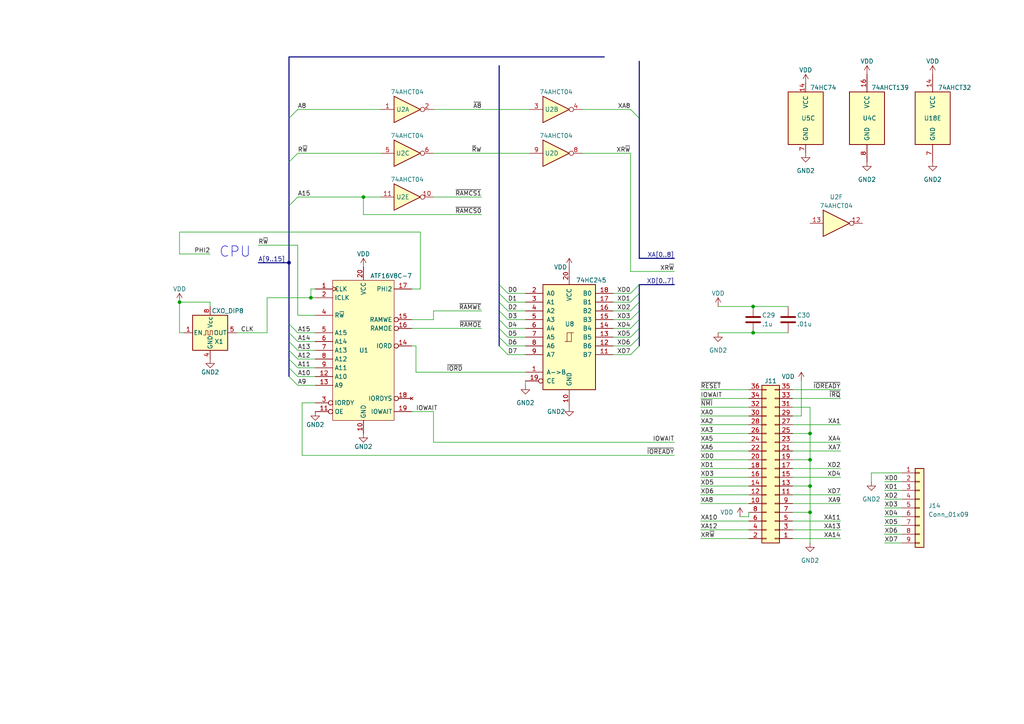
<source format=kicad_sch>
(kicad_sch (version 20230121) (generator eeschema)

  (uuid 4a496890-9359-45f2-829d-173320e6774b)

  (paper "A4")

  (lib_symbols
    (symbol "6502fast_plds:CPU glue PLD proto2" (in_bom yes) (on_board yes)
      (property "Reference" "U" (at 0 0 0)
        (effects (font (size 1.27 1.27)))
      )
      (property "Value" "CPU glue PLD proto2" (at 10.16 21.59 0)
        (effects (font (size 1.27 1.27)))
      )
      (property "Footprint" "" (at 0 -1.27 0)
        (effects (font (size 1.27 1.27)) hide)
      )
      (property "Datasheet" "" (at 0 -1.27 0)
        (effects (font (size 1.27 1.27)) hide)
      )
      (symbol "CPU glue PLD proto2_0_1"
        (rectangle (start -8.89 20.32) (end 8.89 -20.32)
          (stroke (width 0) (type default))
          (fill (type background))
        )
      )
      (symbol "CPU glue PLD proto2_1_1"
        (pin input clock (at -13.97 17.78 0) (length 5.08)
          (name "CLK" (effects (font (size 1.27 1.27))))
          (number "1" (effects (font (size 1.27 1.27))))
        )
        (pin power_in line (at 0 -24.13 90) (length 3.81)
          (name "GND" (effects (font (size 1.27 1.27))))
          (number "10" (effects (font (size 1.27 1.27))))
        )
        (pin input inverted (at -13.97 -17.78 0) (length 5.08)
          (name "OE" (effects (font (size 1.27 1.27))))
          (number "11" (effects (font (size 1.27 1.27))))
        )
        (pin input line (at -13.97 -7.62 0) (length 5.08)
          (name "A10" (effects (font (size 1.27 1.27))))
          (number "12" (effects (font (size 1.27 1.27))))
        )
        (pin input line (at -13.97 -10.16 0) (length 5.08)
          (name "A9" (effects (font (size 1.27 1.27))))
          (number "13" (effects (font (size 1.27 1.27))))
        )
        (pin output inverted (at 13.97 1.27 180) (length 5.08)
          (name "IORD" (effects (font (size 1.27 1.27))))
          (number "14" (effects (font (size 1.27 1.27))))
        )
        (pin output inverted (at 13.97 8.89 180) (length 5.08)
          (name "RAMWE" (effects (font (size 1.27 1.27))))
          (number "15" (effects (font (size 1.27 1.27))))
        )
        (pin output inverted (at 13.97 6.35 180) (length 5.08)
          (name "RAMOE" (effects (font (size 1.27 1.27))))
          (number "16" (effects (font (size 1.27 1.27))))
        )
        (pin output line (at 13.97 17.78 180) (length 5.08)
          (name "PHI2" (effects (font (size 1.27 1.27))))
          (number "17" (effects (font (size 1.27 1.27))))
        )
        (pin no_connect inverted (at 13.97 -13.97 180) (length 5.08)
          (name "IORDYS" (effects (font (size 1.27 1.27))))
          (number "18" (effects (font (size 1.27 1.27))))
        )
        (pin output line (at 13.97 -17.78 180) (length 5.08)
          (name "IOWAIT" (effects (font (size 1.27 1.27))))
          (number "19" (effects (font (size 1.27 1.27))))
        )
        (pin input line (at -13.97 15.24 0) (length 5.08)
          (name "ICLK" (effects (font (size 1.27 1.27))))
          (number "2" (effects (font (size 1.27 1.27))))
        )
        (pin power_in line (at 0 24.13 270) (length 3.81)
          (name "VCC" (effects (font (size 1.27 1.27))))
          (number "20" (effects (font (size 1.27 1.27))))
        )
        (pin input inverted (at -13.97 -15.24 0) (length 5.08)
          (name "IORDY" (effects (font (size 1.27 1.27))))
          (number "3" (effects (font (size 1.27 1.27))))
        )
        (pin input line (at -13.97 10.16 0) (length 5.08)
          (name "R~{W}" (effects (font (size 1.27 1.27))))
          (number "4" (effects (font (size 1.27 1.27))))
        )
        (pin input line (at -13.97 5.08 0) (length 5.08)
          (name "A15" (effects (font (size 1.27 1.27))))
          (number "5" (effects (font (size 1.27 1.27))))
        )
        (pin input line (at -13.97 2.54 0) (length 5.08)
          (name "A14" (effects (font (size 1.27 1.27))))
          (number "6" (effects (font (size 1.27 1.27))))
        )
        (pin input line (at -13.97 0 0) (length 5.08)
          (name "A13" (effects (font (size 1.27 1.27))))
          (number "7" (effects (font (size 1.27 1.27))))
        )
        (pin input line (at -13.97 -2.54 0) (length 5.08)
          (name "A12" (effects (font (size 1.27 1.27))))
          (number "8" (effects (font (size 1.27 1.27))))
        )
        (pin input line (at -13.97 -5.08 0) (length 5.08)
          (name "A11" (effects (font (size 1.27 1.27))))
          (number "9" (effects (font (size 1.27 1.27))))
        )
      )
    )
    (symbol "74xx:74HC245" (pin_names (offset 1.016)) (in_bom yes) (on_board yes)
      (property "Reference" "U" (at -7.62 16.51 0)
        (effects (font (size 1.27 1.27)))
      )
      (property "Value" "74HC245" (at -7.62 -16.51 0)
        (effects (font (size 1.27 1.27)))
      )
      (property "Footprint" "" (at 0 0 0)
        (effects (font (size 1.27 1.27)) hide)
      )
      (property "Datasheet" "http://www.ti.com/lit/gpn/sn74HC245" (at 0 0 0)
        (effects (font (size 1.27 1.27)) hide)
      )
      (property "ki_locked" "" (at 0 0 0)
        (effects (font (size 1.27 1.27)))
      )
      (property "ki_keywords" "HCMOS BUS 3State" (at 0 0 0)
        (effects (font (size 1.27 1.27)) hide)
      )
      (property "ki_description" "Octal BUS Transceivers, 3-State outputs" (at 0 0 0)
        (effects (font (size 1.27 1.27)) hide)
      )
      (property "ki_fp_filters" "DIP?20*" (at 0 0 0)
        (effects (font (size 1.27 1.27)) hide)
      )
      (symbol "74HC245_1_0"
        (polyline
          (pts
            (xy -0.635 -1.27)
            (xy -0.635 1.27)
            (xy 0.635 1.27)
          )
          (stroke (width 0) (type default))
          (fill (type none))
        )
        (polyline
          (pts
            (xy -1.27 -1.27)
            (xy 0.635 -1.27)
            (xy 0.635 1.27)
            (xy 1.27 1.27)
          )
          (stroke (width 0) (type default))
          (fill (type none))
        )
        (pin input line (at -12.7 -10.16 0) (length 5.08)
          (name "A->B" (effects (font (size 1.27 1.27))))
          (number "1" (effects (font (size 1.27 1.27))))
        )
        (pin power_in line (at 0 -20.32 90) (length 5.08)
          (name "GND" (effects (font (size 1.27 1.27))))
          (number "10" (effects (font (size 1.27 1.27))))
        )
        (pin tri_state line (at 12.7 -5.08 180) (length 5.08)
          (name "B7" (effects (font (size 1.27 1.27))))
          (number "11" (effects (font (size 1.27 1.27))))
        )
        (pin tri_state line (at 12.7 -2.54 180) (length 5.08)
          (name "B6" (effects (font (size 1.27 1.27))))
          (number "12" (effects (font (size 1.27 1.27))))
        )
        (pin tri_state line (at 12.7 0 180) (length 5.08)
          (name "B5" (effects (font (size 1.27 1.27))))
          (number "13" (effects (font (size 1.27 1.27))))
        )
        (pin tri_state line (at 12.7 2.54 180) (length 5.08)
          (name "B4" (effects (font (size 1.27 1.27))))
          (number "14" (effects (font (size 1.27 1.27))))
        )
        (pin tri_state line (at 12.7 5.08 180) (length 5.08)
          (name "B3" (effects (font (size 1.27 1.27))))
          (number "15" (effects (font (size 1.27 1.27))))
        )
        (pin tri_state line (at 12.7 7.62 180) (length 5.08)
          (name "B2" (effects (font (size 1.27 1.27))))
          (number "16" (effects (font (size 1.27 1.27))))
        )
        (pin tri_state line (at 12.7 10.16 180) (length 5.08)
          (name "B1" (effects (font (size 1.27 1.27))))
          (number "17" (effects (font (size 1.27 1.27))))
        )
        (pin tri_state line (at 12.7 12.7 180) (length 5.08)
          (name "B0" (effects (font (size 1.27 1.27))))
          (number "18" (effects (font (size 1.27 1.27))))
        )
        (pin input inverted (at -12.7 -12.7 0) (length 5.08)
          (name "CE" (effects (font (size 1.27 1.27))))
          (number "19" (effects (font (size 1.27 1.27))))
        )
        (pin tri_state line (at -12.7 12.7 0) (length 5.08)
          (name "A0" (effects (font (size 1.27 1.27))))
          (number "2" (effects (font (size 1.27 1.27))))
        )
        (pin power_in line (at 0 20.32 270) (length 5.08)
          (name "VCC" (effects (font (size 1.27 1.27))))
          (number "20" (effects (font (size 1.27 1.27))))
        )
        (pin tri_state line (at -12.7 10.16 0) (length 5.08)
          (name "A1" (effects (font (size 1.27 1.27))))
          (number "3" (effects (font (size 1.27 1.27))))
        )
        (pin tri_state line (at -12.7 7.62 0) (length 5.08)
          (name "A2" (effects (font (size 1.27 1.27))))
          (number "4" (effects (font (size 1.27 1.27))))
        )
        (pin tri_state line (at -12.7 5.08 0) (length 5.08)
          (name "A3" (effects (font (size 1.27 1.27))))
          (number "5" (effects (font (size 1.27 1.27))))
        )
        (pin tri_state line (at -12.7 2.54 0) (length 5.08)
          (name "A4" (effects (font (size 1.27 1.27))))
          (number "6" (effects (font (size 1.27 1.27))))
        )
        (pin tri_state line (at -12.7 0 0) (length 5.08)
          (name "A5" (effects (font (size 1.27 1.27))))
          (number "7" (effects (font (size 1.27 1.27))))
        )
        (pin tri_state line (at -12.7 -2.54 0) (length 5.08)
          (name "A6" (effects (font (size 1.27 1.27))))
          (number "8" (effects (font (size 1.27 1.27))))
        )
        (pin tri_state line (at -12.7 -5.08 0) (length 5.08)
          (name "A7" (effects (font (size 1.27 1.27))))
          (number "9" (effects (font (size 1.27 1.27))))
        )
      )
      (symbol "74HC245_1_1"
        (rectangle (start -7.62 15.24) (end 7.62 -15.24)
          (stroke (width 0.254) (type default))
          (fill (type background))
        )
      )
    )
    (symbol "74xx:74HC74" (pin_names (offset 1.016)) (in_bom yes) (on_board yes)
      (property "Reference" "U" (at -7.62 8.89 0)
        (effects (font (size 1.27 1.27)))
      )
      (property "Value" "74HC74" (at -7.62 -8.89 0)
        (effects (font (size 1.27 1.27)))
      )
      (property "Footprint" "" (at 0 0 0)
        (effects (font (size 1.27 1.27)) hide)
      )
      (property "Datasheet" "74xx/74hc_hct74.pdf" (at 0 0 0)
        (effects (font (size 1.27 1.27)) hide)
      )
      (property "ki_locked" "" (at 0 0 0)
        (effects (font (size 1.27 1.27)))
      )
      (property "ki_keywords" "TTL DFF" (at 0 0 0)
        (effects (font (size 1.27 1.27)) hide)
      )
      (property "ki_description" "Dual D Flip-flop, Set & Reset" (at 0 0 0)
        (effects (font (size 1.27 1.27)) hide)
      )
      (property "ki_fp_filters" "DIP*W7.62mm*" (at 0 0 0)
        (effects (font (size 1.27 1.27)) hide)
      )
      (symbol "74HC74_1_0"
        (pin input line (at 0 -7.62 90) (length 2.54)
          (name "~{R}" (effects (font (size 1.27 1.27))))
          (number "1" (effects (font (size 1.27 1.27))))
        )
        (pin input line (at -7.62 2.54 0) (length 2.54)
          (name "D" (effects (font (size 1.27 1.27))))
          (number "2" (effects (font (size 1.27 1.27))))
        )
        (pin input clock (at -7.62 0 0) (length 2.54)
          (name "C" (effects (font (size 1.27 1.27))))
          (number "3" (effects (font (size 1.27 1.27))))
        )
        (pin input line (at 0 7.62 270) (length 2.54)
          (name "~{S}" (effects (font (size 1.27 1.27))))
          (number "4" (effects (font (size 1.27 1.27))))
        )
        (pin output line (at 7.62 2.54 180) (length 2.54)
          (name "Q" (effects (font (size 1.27 1.27))))
          (number "5" (effects (font (size 1.27 1.27))))
        )
        (pin output line (at 7.62 -2.54 180) (length 2.54)
          (name "~{Q}" (effects (font (size 1.27 1.27))))
          (number "6" (effects (font (size 1.27 1.27))))
        )
      )
      (symbol "74HC74_1_1"
        (rectangle (start -5.08 5.08) (end 5.08 -5.08)
          (stroke (width 0.254) (type default))
          (fill (type background))
        )
      )
      (symbol "74HC74_2_0"
        (pin input line (at 0 7.62 270) (length 2.54)
          (name "~{S}" (effects (font (size 1.27 1.27))))
          (number "10" (effects (font (size 1.27 1.27))))
        )
        (pin input clock (at -7.62 0 0) (length 2.54)
          (name "C" (effects (font (size 1.27 1.27))))
          (number "11" (effects (font (size 1.27 1.27))))
        )
        (pin input line (at -7.62 2.54 0) (length 2.54)
          (name "D" (effects (font (size 1.27 1.27))))
          (number "12" (effects (font (size 1.27 1.27))))
        )
        (pin input line (at 0 -7.62 90) (length 2.54)
          (name "~{R}" (effects (font (size 1.27 1.27))))
          (number "13" (effects (font (size 1.27 1.27))))
        )
        (pin output line (at 7.62 -2.54 180) (length 2.54)
          (name "~{Q}" (effects (font (size 1.27 1.27))))
          (number "8" (effects (font (size 1.27 1.27))))
        )
        (pin output line (at 7.62 2.54 180) (length 2.54)
          (name "Q" (effects (font (size 1.27 1.27))))
          (number "9" (effects (font (size 1.27 1.27))))
        )
      )
      (symbol "74HC74_2_1"
        (rectangle (start -5.08 5.08) (end 5.08 -5.08)
          (stroke (width 0.254) (type default))
          (fill (type background))
        )
      )
      (symbol "74HC74_3_0"
        (pin power_in line (at 0 10.16 270) (length 2.54)
          (name "VCC" (effects (font (size 1.27 1.27))))
          (number "14" (effects (font (size 1.27 1.27))))
        )
        (pin power_in line (at 0 -10.16 90) (length 2.54)
          (name "GND" (effects (font (size 1.27 1.27))))
          (number "7" (effects (font (size 1.27 1.27))))
        )
      )
      (symbol "74HC74_3_1"
        (rectangle (start -5.08 7.62) (end 5.08 -7.62)
          (stroke (width 0.254) (type default))
          (fill (type background))
        )
      )
    )
    (symbol "74xx:74HCT04" (in_bom yes) (on_board yes)
      (property "Reference" "U" (at 0 1.27 0)
        (effects (font (size 1.27 1.27)))
      )
      (property "Value" "74HCT04" (at 0 -1.27 0)
        (effects (font (size 1.27 1.27)))
      )
      (property "Footprint" "" (at 0 0 0)
        (effects (font (size 1.27 1.27)) hide)
      )
      (property "Datasheet" "https://assets.nexperia.com/documents/data-sheet/74HC_HCT04.pdf" (at 0 0 0)
        (effects (font (size 1.27 1.27)) hide)
      )
      (property "ki_locked" "" (at 0 0 0)
        (effects (font (size 1.27 1.27)))
      )
      (property "ki_keywords" "HCTMOS not inv" (at 0 0 0)
        (effects (font (size 1.27 1.27)) hide)
      )
      (property "ki_description" "Hex Inverter" (at 0 0 0)
        (effects (font (size 1.27 1.27)) hide)
      )
      (property "ki_fp_filters" "DIP*W7.62mm* SSOP?14* TSSOP?14*" (at 0 0 0)
        (effects (font (size 1.27 1.27)) hide)
      )
      (symbol "74HCT04_1_0"
        (polyline
          (pts
            (xy -3.81 3.81)
            (xy -3.81 -3.81)
            (xy 3.81 0)
            (xy -3.81 3.81)
          )
          (stroke (width 0.254) (type default))
          (fill (type background))
        )
        (pin input line (at -7.62 0 0) (length 3.81)
          (name "~" (effects (font (size 1.27 1.27))))
          (number "1" (effects (font (size 1.27 1.27))))
        )
        (pin output inverted (at 7.62 0 180) (length 3.81)
          (name "~" (effects (font (size 1.27 1.27))))
          (number "2" (effects (font (size 1.27 1.27))))
        )
      )
      (symbol "74HCT04_2_0"
        (polyline
          (pts
            (xy -3.81 3.81)
            (xy -3.81 -3.81)
            (xy 3.81 0)
            (xy -3.81 3.81)
          )
          (stroke (width 0.254) (type default))
          (fill (type background))
        )
        (pin input line (at -7.62 0 0) (length 3.81)
          (name "~" (effects (font (size 1.27 1.27))))
          (number "3" (effects (font (size 1.27 1.27))))
        )
        (pin output inverted (at 7.62 0 180) (length 3.81)
          (name "~" (effects (font (size 1.27 1.27))))
          (number "4" (effects (font (size 1.27 1.27))))
        )
      )
      (symbol "74HCT04_3_0"
        (polyline
          (pts
            (xy -3.81 3.81)
            (xy -3.81 -3.81)
            (xy 3.81 0)
            (xy -3.81 3.81)
          )
          (stroke (width 0.254) (type default))
          (fill (type background))
        )
        (pin input line (at -7.62 0 0) (length 3.81)
          (name "~" (effects (font (size 1.27 1.27))))
          (number "5" (effects (font (size 1.27 1.27))))
        )
        (pin output inverted (at 7.62 0 180) (length 3.81)
          (name "~" (effects (font (size 1.27 1.27))))
          (number "6" (effects (font (size 1.27 1.27))))
        )
      )
      (symbol "74HCT04_4_0"
        (polyline
          (pts
            (xy -3.81 3.81)
            (xy -3.81 -3.81)
            (xy 3.81 0)
            (xy -3.81 3.81)
          )
          (stroke (width 0.254) (type default))
          (fill (type background))
        )
        (pin output inverted (at 7.62 0 180) (length 3.81)
          (name "~" (effects (font (size 1.27 1.27))))
          (number "8" (effects (font (size 1.27 1.27))))
        )
        (pin input line (at -7.62 0 0) (length 3.81)
          (name "~" (effects (font (size 1.27 1.27))))
          (number "9" (effects (font (size 1.27 1.27))))
        )
      )
      (symbol "74HCT04_5_0"
        (polyline
          (pts
            (xy -3.81 3.81)
            (xy -3.81 -3.81)
            (xy 3.81 0)
            (xy -3.81 3.81)
          )
          (stroke (width 0.254) (type default))
          (fill (type background))
        )
        (pin output inverted (at 7.62 0 180) (length 3.81)
          (name "~" (effects (font (size 1.27 1.27))))
          (number "10" (effects (font (size 1.27 1.27))))
        )
        (pin input line (at -7.62 0 0) (length 3.81)
          (name "~" (effects (font (size 1.27 1.27))))
          (number "11" (effects (font (size 1.27 1.27))))
        )
      )
      (symbol "74HCT04_6_0"
        (polyline
          (pts
            (xy -3.81 3.81)
            (xy -3.81 -3.81)
            (xy 3.81 0)
            (xy -3.81 3.81)
          )
          (stroke (width 0.254) (type default))
          (fill (type background))
        )
        (pin output inverted (at 7.62 0 180) (length 3.81)
          (name "~" (effects (font (size 1.27 1.27))))
          (number "12" (effects (font (size 1.27 1.27))))
        )
        (pin input line (at -7.62 0 0) (length 3.81)
          (name "~" (effects (font (size 1.27 1.27))))
          (number "13" (effects (font (size 1.27 1.27))))
        )
      )
      (symbol "74HCT04_7_0"
        (pin power_in line (at 0 12.7 270) (length 5.08)
          (name "VCC" (effects (font (size 1.27 1.27))))
          (number "14" (effects (font (size 1.27 1.27))))
        )
        (pin power_in line (at 0 -12.7 90) (length 5.08)
          (name "GND" (effects (font (size 1.27 1.27))))
          (number "7" (effects (font (size 1.27 1.27))))
        )
      )
      (symbol "74HCT04_7_1"
        (rectangle (start -5.08 7.62) (end 5.08 -7.62)
          (stroke (width 0.254) (type default))
          (fill (type background))
        )
      )
    )
    (symbol "74xx:74LS139" (pin_names (offset 1.016)) (in_bom yes) (on_board yes)
      (property "Reference" "U" (at -7.62 8.89 0)
        (effects (font (size 1.27 1.27)))
      )
      (property "Value" "74LS139" (at -7.62 -8.89 0)
        (effects (font (size 1.27 1.27)))
      )
      (property "Footprint" "" (at 0 0 0)
        (effects (font (size 1.27 1.27)) hide)
      )
      (property "Datasheet" "http://www.ti.com/lit/ds/symlink/sn74ls139a.pdf" (at 0 0 0)
        (effects (font (size 1.27 1.27)) hide)
      )
      (property "ki_locked" "" (at 0 0 0)
        (effects (font (size 1.27 1.27)))
      )
      (property "ki_keywords" "TTL DECOD4" (at 0 0 0)
        (effects (font (size 1.27 1.27)) hide)
      )
      (property "ki_description" "Dual Decoder 1 of 4, Active low outputs" (at 0 0 0)
        (effects (font (size 1.27 1.27)) hide)
      )
      (property "ki_fp_filters" "DIP?16*" (at 0 0 0)
        (effects (font (size 1.27 1.27)) hide)
      )
      (symbol "74LS139_1_0"
        (pin input inverted (at -12.7 -5.08 0) (length 5.08)
          (name "E" (effects (font (size 1.27 1.27))))
          (number "1" (effects (font (size 1.27 1.27))))
        )
        (pin input line (at -12.7 0 0) (length 5.08)
          (name "A0" (effects (font (size 1.27 1.27))))
          (number "2" (effects (font (size 1.27 1.27))))
        )
        (pin input line (at -12.7 2.54 0) (length 5.08)
          (name "A1" (effects (font (size 1.27 1.27))))
          (number "3" (effects (font (size 1.27 1.27))))
        )
        (pin output inverted (at 12.7 2.54 180) (length 5.08)
          (name "O0" (effects (font (size 1.27 1.27))))
          (number "4" (effects (font (size 1.27 1.27))))
        )
        (pin output inverted (at 12.7 0 180) (length 5.08)
          (name "O1" (effects (font (size 1.27 1.27))))
          (number "5" (effects (font (size 1.27 1.27))))
        )
        (pin output inverted (at 12.7 -2.54 180) (length 5.08)
          (name "O2" (effects (font (size 1.27 1.27))))
          (number "6" (effects (font (size 1.27 1.27))))
        )
        (pin output inverted (at 12.7 -5.08 180) (length 5.08)
          (name "O3" (effects (font (size 1.27 1.27))))
          (number "7" (effects (font (size 1.27 1.27))))
        )
      )
      (symbol "74LS139_1_1"
        (rectangle (start -7.62 5.08) (end 7.62 -7.62)
          (stroke (width 0.254) (type default))
          (fill (type background))
        )
      )
      (symbol "74LS139_2_0"
        (pin output inverted (at 12.7 -2.54 180) (length 5.08)
          (name "O2" (effects (font (size 1.27 1.27))))
          (number "10" (effects (font (size 1.27 1.27))))
        )
        (pin output inverted (at 12.7 0 180) (length 5.08)
          (name "O1" (effects (font (size 1.27 1.27))))
          (number "11" (effects (font (size 1.27 1.27))))
        )
        (pin output inverted (at 12.7 2.54 180) (length 5.08)
          (name "O0" (effects (font (size 1.27 1.27))))
          (number "12" (effects (font (size 1.27 1.27))))
        )
        (pin input line (at -12.7 2.54 0) (length 5.08)
          (name "A1" (effects (font (size 1.27 1.27))))
          (number "13" (effects (font (size 1.27 1.27))))
        )
        (pin input line (at -12.7 0 0) (length 5.08)
          (name "A0" (effects (font (size 1.27 1.27))))
          (number "14" (effects (font (size 1.27 1.27))))
        )
        (pin input inverted (at -12.7 -5.08 0) (length 5.08)
          (name "E" (effects (font (size 1.27 1.27))))
          (number "15" (effects (font (size 1.27 1.27))))
        )
        (pin output inverted (at 12.7 -5.08 180) (length 5.08)
          (name "O3" (effects (font (size 1.27 1.27))))
          (number "9" (effects (font (size 1.27 1.27))))
        )
      )
      (symbol "74LS139_2_1"
        (rectangle (start -7.62 5.08) (end 7.62 -7.62)
          (stroke (width 0.254) (type default))
          (fill (type background))
        )
      )
      (symbol "74LS139_3_0"
        (pin power_in line (at 0 12.7 270) (length 5.08)
          (name "VCC" (effects (font (size 1.27 1.27))))
          (number "16" (effects (font (size 1.27 1.27))))
        )
        (pin power_in line (at 0 -12.7 90) (length 5.08)
          (name "GND" (effects (font (size 1.27 1.27))))
          (number "8" (effects (font (size 1.27 1.27))))
        )
      )
      (symbol "74LS139_3_1"
        (rectangle (start -5.08 7.62) (end 5.08 -7.62)
          (stroke (width 0.254) (type default))
          (fill (type background))
        )
      )
    )
    (symbol "74xx:74LS32" (pin_names (offset 1.016)) (in_bom yes) (on_board yes)
      (property "Reference" "U" (at 0 1.27 0)
        (effects (font (size 1.27 1.27)))
      )
      (property "Value" "74LS32" (at 0 -1.27 0)
        (effects (font (size 1.27 1.27)))
      )
      (property "Footprint" "" (at 0 0 0)
        (effects (font (size 1.27 1.27)) hide)
      )
      (property "Datasheet" "http://www.ti.com/lit/gpn/sn74LS32" (at 0 0 0)
        (effects (font (size 1.27 1.27)) hide)
      )
      (property "ki_locked" "" (at 0 0 0)
        (effects (font (size 1.27 1.27)))
      )
      (property "ki_keywords" "TTL Or2" (at 0 0 0)
        (effects (font (size 1.27 1.27)) hide)
      )
      (property "ki_description" "Quad 2-input OR" (at 0 0 0)
        (effects (font (size 1.27 1.27)) hide)
      )
      (property "ki_fp_filters" "DIP?14*" (at 0 0 0)
        (effects (font (size 1.27 1.27)) hide)
      )
      (symbol "74LS32_1_1"
        (arc (start -3.81 -3.81) (mid -2.589 0) (end -3.81 3.81)
          (stroke (width 0.254) (type default))
          (fill (type none))
        )
        (arc (start -0.6096 -3.81) (mid 2.1842 -2.5851) (end 3.81 0)
          (stroke (width 0.254) (type default))
          (fill (type background))
        )
        (polyline
          (pts
            (xy -3.81 -3.81)
            (xy -0.635 -3.81)
          )
          (stroke (width 0.254) (type default))
          (fill (type background))
        )
        (polyline
          (pts
            (xy -3.81 3.81)
            (xy -0.635 3.81)
          )
          (stroke (width 0.254) (type default))
          (fill (type background))
        )
        (polyline
          (pts
            (xy -0.635 3.81)
            (xy -3.81 3.81)
            (xy -3.81 3.81)
            (xy -3.556 3.4036)
            (xy -3.0226 2.2606)
            (xy -2.6924 1.0414)
            (xy -2.6162 -0.254)
            (xy -2.7686 -1.4986)
            (xy -3.175 -2.7178)
            (xy -3.81 -3.81)
            (xy -3.81 -3.81)
            (xy -0.635 -3.81)
          )
          (stroke (width -25.4) (type default))
          (fill (type background))
        )
        (arc (start 3.81 0) (mid 2.1915 2.5936) (end -0.6096 3.81)
          (stroke (width 0.254) (type default))
          (fill (type background))
        )
        (pin input line (at -7.62 2.54 0) (length 4.318)
          (name "~" (effects (font (size 1.27 1.27))))
          (number "1" (effects (font (size 1.27 1.27))))
        )
        (pin input line (at -7.62 -2.54 0) (length 4.318)
          (name "~" (effects (font (size 1.27 1.27))))
          (number "2" (effects (font (size 1.27 1.27))))
        )
        (pin output line (at 7.62 0 180) (length 3.81)
          (name "~" (effects (font (size 1.27 1.27))))
          (number "3" (effects (font (size 1.27 1.27))))
        )
      )
      (symbol "74LS32_1_2"
        (arc (start 0 -3.81) (mid 3.7934 0) (end 0 3.81)
          (stroke (width 0.254) (type default))
          (fill (type background))
        )
        (polyline
          (pts
            (xy 0 3.81)
            (xy -3.81 3.81)
            (xy -3.81 -3.81)
            (xy 0 -3.81)
          )
          (stroke (width 0.254) (type default))
          (fill (type background))
        )
        (pin input inverted (at -7.62 2.54 0) (length 3.81)
          (name "~" (effects (font (size 1.27 1.27))))
          (number "1" (effects (font (size 1.27 1.27))))
        )
        (pin input inverted (at -7.62 -2.54 0) (length 3.81)
          (name "~" (effects (font (size 1.27 1.27))))
          (number "2" (effects (font (size 1.27 1.27))))
        )
        (pin output inverted (at 7.62 0 180) (length 3.81)
          (name "~" (effects (font (size 1.27 1.27))))
          (number "3" (effects (font (size 1.27 1.27))))
        )
      )
      (symbol "74LS32_2_1"
        (arc (start -3.81 -3.81) (mid -2.589 0) (end -3.81 3.81)
          (stroke (width 0.254) (type default))
          (fill (type none))
        )
        (arc (start -0.6096 -3.81) (mid 2.1842 -2.5851) (end 3.81 0)
          (stroke (width 0.254) (type default))
          (fill (type background))
        )
        (polyline
          (pts
            (xy -3.81 -3.81)
            (xy -0.635 -3.81)
          )
          (stroke (width 0.254) (type default))
          (fill (type background))
        )
        (polyline
          (pts
            (xy -3.81 3.81)
            (xy -0.635 3.81)
          )
          (stroke (width 0.254) (type default))
          (fill (type background))
        )
        (polyline
          (pts
            (xy -0.635 3.81)
            (xy -3.81 3.81)
            (xy -3.81 3.81)
            (xy -3.556 3.4036)
            (xy -3.0226 2.2606)
            (xy -2.6924 1.0414)
            (xy -2.6162 -0.254)
            (xy -2.7686 -1.4986)
            (xy -3.175 -2.7178)
            (xy -3.81 -3.81)
            (xy -3.81 -3.81)
            (xy -0.635 -3.81)
          )
          (stroke (width -25.4) (type default))
          (fill (type background))
        )
        (arc (start 3.81 0) (mid 2.1915 2.5936) (end -0.6096 3.81)
          (stroke (width 0.254) (type default))
          (fill (type background))
        )
        (pin input line (at -7.62 2.54 0) (length 4.318)
          (name "~" (effects (font (size 1.27 1.27))))
          (number "4" (effects (font (size 1.27 1.27))))
        )
        (pin input line (at -7.62 -2.54 0) (length 4.318)
          (name "~" (effects (font (size 1.27 1.27))))
          (number "5" (effects (font (size 1.27 1.27))))
        )
        (pin output line (at 7.62 0 180) (length 3.81)
          (name "~" (effects (font (size 1.27 1.27))))
          (number "6" (effects (font (size 1.27 1.27))))
        )
      )
      (symbol "74LS32_2_2"
        (arc (start 0 -3.81) (mid 3.7934 0) (end 0 3.81)
          (stroke (width 0.254) (type default))
          (fill (type background))
        )
        (polyline
          (pts
            (xy 0 3.81)
            (xy -3.81 3.81)
            (xy -3.81 -3.81)
            (xy 0 -3.81)
          )
          (stroke (width 0.254) (type default))
          (fill (type background))
        )
        (pin input inverted (at -7.62 2.54 0) (length 3.81)
          (name "~" (effects (font (size 1.27 1.27))))
          (number "4" (effects (font (size 1.27 1.27))))
        )
        (pin input inverted (at -7.62 -2.54 0) (length 3.81)
          (name "~" (effects (font (size 1.27 1.27))))
          (number "5" (effects (font (size 1.27 1.27))))
        )
        (pin output inverted (at 7.62 0 180) (length 3.81)
          (name "~" (effects (font (size 1.27 1.27))))
          (number "6" (effects (font (size 1.27 1.27))))
        )
      )
      (symbol "74LS32_3_1"
        (arc (start -3.81 -3.81) (mid -2.589 0) (end -3.81 3.81)
          (stroke (width 0.254) (type default))
          (fill (type none))
        )
        (arc (start -0.6096 -3.81) (mid 2.1842 -2.5851) (end 3.81 0)
          (stroke (width 0.254) (type default))
          (fill (type background))
        )
        (polyline
          (pts
            (xy -3.81 -3.81)
            (xy -0.635 -3.81)
          )
          (stroke (width 0.254) (type default))
          (fill (type background))
        )
        (polyline
          (pts
            (xy -3.81 3.81)
            (xy -0.635 3.81)
          )
          (stroke (width 0.254) (type default))
          (fill (type background))
        )
        (polyline
          (pts
            (xy -0.635 3.81)
            (xy -3.81 3.81)
            (xy -3.81 3.81)
            (xy -3.556 3.4036)
            (xy -3.0226 2.2606)
            (xy -2.6924 1.0414)
            (xy -2.6162 -0.254)
            (xy -2.7686 -1.4986)
            (xy -3.175 -2.7178)
            (xy -3.81 -3.81)
            (xy -3.81 -3.81)
            (xy -0.635 -3.81)
          )
          (stroke (width -25.4) (type default))
          (fill (type background))
        )
        (arc (start 3.81 0) (mid 2.1915 2.5936) (end -0.6096 3.81)
          (stroke (width 0.254) (type default))
          (fill (type background))
        )
        (pin input line (at -7.62 -2.54 0) (length 4.318)
          (name "~" (effects (font (size 1.27 1.27))))
          (number "10" (effects (font (size 1.27 1.27))))
        )
        (pin output line (at 7.62 0 180) (length 3.81)
          (name "~" (effects (font (size 1.27 1.27))))
          (number "8" (effects (font (size 1.27 1.27))))
        )
        (pin input line (at -7.62 2.54 0) (length 4.318)
          (name "~" (effects (font (size 1.27 1.27))))
          (number "9" (effects (font (size 1.27 1.27))))
        )
      )
      (symbol "74LS32_3_2"
        (arc (start 0 -3.81) (mid 3.7934 0) (end 0 3.81)
          (stroke (width 0.254) (type default))
          (fill (type background))
        )
        (polyline
          (pts
            (xy 0 3.81)
            (xy -3.81 3.81)
            (xy -3.81 -3.81)
            (xy 0 -3.81)
          )
          (stroke (width 0.254) (type default))
          (fill (type background))
        )
        (pin input inverted (at -7.62 -2.54 0) (length 3.81)
          (name "~" (effects (font (size 1.27 1.27))))
          (number "10" (effects (font (size 1.27 1.27))))
        )
        (pin output inverted (at 7.62 0 180) (length 3.81)
          (name "~" (effects (font (size 1.27 1.27))))
          (number "8" (effects (font (size 1.27 1.27))))
        )
        (pin input inverted (at -7.62 2.54 0) (length 3.81)
          (name "~" (effects (font (size 1.27 1.27))))
          (number "9" (effects (font (size 1.27 1.27))))
        )
      )
      (symbol "74LS32_4_1"
        (arc (start -3.81 -3.81) (mid -2.589 0) (end -3.81 3.81)
          (stroke (width 0.254) (type default))
          (fill (type none))
        )
        (arc (start -0.6096 -3.81) (mid 2.1842 -2.5851) (end 3.81 0)
          (stroke (width 0.254) (type default))
          (fill (type background))
        )
        (polyline
          (pts
            (xy -3.81 -3.81)
            (xy -0.635 -3.81)
          )
          (stroke (width 0.254) (type default))
          (fill (type background))
        )
        (polyline
          (pts
            (xy -3.81 3.81)
            (xy -0.635 3.81)
          )
          (stroke (width 0.254) (type default))
          (fill (type background))
        )
        (polyline
          (pts
            (xy -0.635 3.81)
            (xy -3.81 3.81)
            (xy -3.81 3.81)
            (xy -3.556 3.4036)
            (xy -3.0226 2.2606)
            (xy -2.6924 1.0414)
            (xy -2.6162 -0.254)
            (xy -2.7686 -1.4986)
            (xy -3.175 -2.7178)
            (xy -3.81 -3.81)
            (xy -3.81 -3.81)
            (xy -0.635 -3.81)
          )
          (stroke (width -25.4) (type default))
          (fill (type background))
        )
        (arc (start 3.81 0) (mid 2.1915 2.5936) (end -0.6096 3.81)
          (stroke (width 0.254) (type default))
          (fill (type background))
        )
        (pin output line (at 7.62 0 180) (length 3.81)
          (name "~" (effects (font (size 1.27 1.27))))
          (number "11" (effects (font (size 1.27 1.27))))
        )
        (pin input line (at -7.62 2.54 0) (length 4.318)
          (name "~" (effects (font (size 1.27 1.27))))
          (number "12" (effects (font (size 1.27 1.27))))
        )
        (pin input line (at -7.62 -2.54 0) (length 4.318)
          (name "~" (effects (font (size 1.27 1.27))))
          (number "13" (effects (font (size 1.27 1.27))))
        )
      )
      (symbol "74LS32_4_2"
        (arc (start 0 -3.81) (mid 3.7934 0) (end 0 3.81)
          (stroke (width 0.254) (type default))
          (fill (type background))
        )
        (polyline
          (pts
            (xy 0 3.81)
            (xy -3.81 3.81)
            (xy -3.81 -3.81)
            (xy 0 -3.81)
          )
          (stroke (width 0.254) (type default))
          (fill (type background))
        )
        (pin output inverted (at 7.62 0 180) (length 3.81)
          (name "~" (effects (font (size 1.27 1.27))))
          (number "11" (effects (font (size 1.27 1.27))))
        )
        (pin input inverted (at -7.62 2.54 0) (length 3.81)
          (name "~" (effects (font (size 1.27 1.27))))
          (number "12" (effects (font (size 1.27 1.27))))
        )
        (pin input inverted (at -7.62 -2.54 0) (length 3.81)
          (name "~" (effects (font (size 1.27 1.27))))
          (number "13" (effects (font (size 1.27 1.27))))
        )
      )
      (symbol "74LS32_5_0"
        (pin power_in line (at 0 12.7 270) (length 5.08)
          (name "VCC" (effects (font (size 1.27 1.27))))
          (number "14" (effects (font (size 1.27 1.27))))
        )
        (pin power_in line (at 0 -12.7 90) (length 5.08)
          (name "GND" (effects (font (size 1.27 1.27))))
          (number "7" (effects (font (size 1.27 1.27))))
        )
      )
      (symbol "74LS32_5_1"
        (rectangle (start -5.08 7.62) (end 5.08 -7.62)
          (stroke (width 0.254) (type default))
          (fill (type background))
        )
      )
    )
    (symbol "Connector_Generic:Conn_01x09" (pin_names (offset 1.016) hide) (in_bom yes) (on_board yes)
      (property "Reference" "J" (at 0 12.7 0)
        (effects (font (size 1.27 1.27)))
      )
      (property "Value" "Conn_01x09" (at 0 -12.7 0)
        (effects (font (size 1.27 1.27)))
      )
      (property "Footprint" "" (at 0 0 0)
        (effects (font (size 1.27 1.27)) hide)
      )
      (property "Datasheet" "~" (at 0 0 0)
        (effects (font (size 1.27 1.27)) hide)
      )
      (property "ki_keywords" "connector" (at 0 0 0)
        (effects (font (size 1.27 1.27)) hide)
      )
      (property "ki_description" "Generic connector, single row, 01x09, script generated (kicad-library-utils/schlib/autogen/connector/)" (at 0 0 0)
        (effects (font (size 1.27 1.27)) hide)
      )
      (property "ki_fp_filters" "Connector*:*_1x??_*" (at 0 0 0)
        (effects (font (size 1.27 1.27)) hide)
      )
      (symbol "Conn_01x09_1_1"
        (rectangle (start -1.27 -10.033) (end 0 -10.287)
          (stroke (width 0.1524) (type default))
          (fill (type none))
        )
        (rectangle (start -1.27 -7.493) (end 0 -7.747)
          (stroke (width 0.1524) (type default))
          (fill (type none))
        )
        (rectangle (start -1.27 -4.953) (end 0 -5.207)
          (stroke (width 0.1524) (type default))
          (fill (type none))
        )
        (rectangle (start -1.27 -2.413) (end 0 -2.667)
          (stroke (width 0.1524) (type default))
          (fill (type none))
        )
        (rectangle (start -1.27 0.127) (end 0 -0.127)
          (stroke (width 0.1524) (type default))
          (fill (type none))
        )
        (rectangle (start -1.27 2.667) (end 0 2.413)
          (stroke (width 0.1524) (type default))
          (fill (type none))
        )
        (rectangle (start -1.27 5.207) (end 0 4.953)
          (stroke (width 0.1524) (type default))
          (fill (type none))
        )
        (rectangle (start -1.27 7.747) (end 0 7.493)
          (stroke (width 0.1524) (type default))
          (fill (type none))
        )
        (rectangle (start -1.27 10.287) (end 0 10.033)
          (stroke (width 0.1524) (type default))
          (fill (type none))
        )
        (rectangle (start -1.27 11.43) (end 1.27 -11.43)
          (stroke (width 0.254) (type default))
          (fill (type background))
        )
        (pin passive line (at -5.08 10.16 0) (length 3.81)
          (name "Pin_1" (effects (font (size 1.27 1.27))))
          (number "1" (effects (font (size 1.27 1.27))))
        )
        (pin passive line (at -5.08 7.62 0) (length 3.81)
          (name "Pin_2" (effects (font (size 1.27 1.27))))
          (number "2" (effects (font (size 1.27 1.27))))
        )
        (pin passive line (at -5.08 5.08 0) (length 3.81)
          (name "Pin_3" (effects (font (size 1.27 1.27))))
          (number "3" (effects (font (size 1.27 1.27))))
        )
        (pin passive line (at -5.08 2.54 0) (length 3.81)
          (name "Pin_4" (effects (font (size 1.27 1.27))))
          (number "4" (effects (font (size 1.27 1.27))))
        )
        (pin passive line (at -5.08 0 0) (length 3.81)
          (name "Pin_5" (effects (font (size 1.27 1.27))))
          (number "5" (effects (font (size 1.27 1.27))))
        )
        (pin passive line (at -5.08 -2.54 0) (length 3.81)
          (name "Pin_6" (effects (font (size 1.27 1.27))))
          (number "6" (effects (font (size 1.27 1.27))))
        )
        (pin passive line (at -5.08 -5.08 0) (length 3.81)
          (name "Pin_7" (effects (font (size 1.27 1.27))))
          (number "7" (effects (font (size 1.27 1.27))))
        )
        (pin passive line (at -5.08 -7.62 0) (length 3.81)
          (name "Pin_8" (effects (font (size 1.27 1.27))))
          (number "8" (effects (font (size 1.27 1.27))))
        )
        (pin passive line (at -5.08 -10.16 0) (length 3.81)
          (name "Pin_9" (effects (font (size 1.27 1.27))))
          (number "9" (effects (font (size 1.27 1.27))))
        )
      )
    )
    (symbol "Connector_Generic:Conn_02x18_Odd_Even" (pin_names (offset 1.016) hide) (in_bom yes) (on_board yes)
      (property "Reference" "J" (at 1.27 22.86 0)
        (effects (font (size 1.27 1.27)))
      )
      (property "Value" "Conn_02x18_Odd_Even" (at 1.27 -25.4 0)
        (effects (font (size 1.27 1.27)))
      )
      (property "Footprint" "" (at 0 0 0)
        (effects (font (size 1.27 1.27)) hide)
      )
      (property "Datasheet" "~" (at 0 0 0)
        (effects (font (size 1.27 1.27)) hide)
      )
      (property "ki_keywords" "connector" (at 0 0 0)
        (effects (font (size 1.27 1.27)) hide)
      )
      (property "ki_description" "Generic connector, double row, 02x18, odd/even pin numbering scheme (row 1 odd numbers, row 2 even numbers), script generated (kicad-library-utils/schlib/autogen/connector/)" (at 0 0 0)
        (effects (font (size 1.27 1.27)) hide)
      )
      (property "ki_fp_filters" "Connector*:*_2x??_*" (at 0 0 0)
        (effects (font (size 1.27 1.27)) hide)
      )
      (symbol "Conn_02x18_Odd_Even_1_1"
        (rectangle (start -1.27 -22.733) (end 0 -22.987)
          (stroke (width 0.1524) (type default))
          (fill (type none))
        )
        (rectangle (start -1.27 -20.193) (end 0 -20.447)
          (stroke (width 0.1524) (type default))
          (fill (type none))
        )
        (rectangle (start -1.27 -17.653) (end 0 -17.907)
          (stroke (width 0.1524) (type default))
          (fill (type none))
        )
        (rectangle (start -1.27 -15.113) (end 0 -15.367)
          (stroke (width 0.1524) (type default))
          (fill (type none))
        )
        (rectangle (start -1.27 -12.573) (end 0 -12.827)
          (stroke (width 0.1524) (type default))
          (fill (type none))
        )
        (rectangle (start -1.27 -10.033) (end 0 -10.287)
          (stroke (width 0.1524) (type default))
          (fill (type none))
        )
        (rectangle (start -1.27 -7.493) (end 0 -7.747)
          (stroke (width 0.1524) (type default))
          (fill (type none))
        )
        (rectangle (start -1.27 -4.953) (end 0 -5.207)
          (stroke (width 0.1524) (type default))
          (fill (type none))
        )
        (rectangle (start -1.27 -2.413) (end 0 -2.667)
          (stroke (width 0.1524) (type default))
          (fill (type none))
        )
        (rectangle (start -1.27 0.127) (end 0 -0.127)
          (stroke (width 0.1524) (type default))
          (fill (type none))
        )
        (rectangle (start -1.27 2.667) (end 0 2.413)
          (stroke (width 0.1524) (type default))
          (fill (type none))
        )
        (rectangle (start -1.27 5.207) (end 0 4.953)
          (stroke (width 0.1524) (type default))
          (fill (type none))
        )
        (rectangle (start -1.27 7.747) (end 0 7.493)
          (stroke (width 0.1524) (type default))
          (fill (type none))
        )
        (rectangle (start -1.27 10.287) (end 0 10.033)
          (stroke (width 0.1524) (type default))
          (fill (type none))
        )
        (rectangle (start -1.27 12.827) (end 0 12.573)
          (stroke (width 0.1524) (type default))
          (fill (type none))
        )
        (rectangle (start -1.27 15.367) (end 0 15.113)
          (stroke (width 0.1524) (type default))
          (fill (type none))
        )
        (rectangle (start -1.27 17.907) (end 0 17.653)
          (stroke (width 0.1524) (type default))
          (fill (type none))
        )
        (rectangle (start -1.27 20.447) (end 0 20.193)
          (stroke (width 0.1524) (type default))
          (fill (type none))
        )
        (rectangle (start -1.27 21.59) (end 3.81 -24.13)
          (stroke (width 0.254) (type default))
          (fill (type background))
        )
        (rectangle (start 3.81 -22.733) (end 2.54 -22.987)
          (stroke (width 0.1524) (type default))
          (fill (type none))
        )
        (rectangle (start 3.81 -20.193) (end 2.54 -20.447)
          (stroke (width 0.1524) (type default))
          (fill (type none))
        )
        (rectangle (start 3.81 -17.653) (end 2.54 -17.907)
          (stroke (width 0.1524) (type default))
          (fill (type none))
        )
        (rectangle (start 3.81 -15.113) (end 2.54 -15.367)
          (stroke (width 0.1524) (type default))
          (fill (type none))
        )
        (rectangle (start 3.81 -12.573) (end 2.54 -12.827)
          (stroke (width 0.1524) (type default))
          (fill (type none))
        )
        (rectangle (start 3.81 -10.033) (end 2.54 -10.287)
          (stroke (width 0.1524) (type default))
          (fill (type none))
        )
        (rectangle (start 3.81 -7.493) (end 2.54 -7.747)
          (stroke (width 0.1524) (type default))
          (fill (type none))
        )
        (rectangle (start 3.81 -4.953) (end 2.54 -5.207)
          (stroke (width 0.1524) (type default))
          (fill (type none))
        )
        (rectangle (start 3.81 -2.413) (end 2.54 -2.667)
          (stroke (width 0.1524) (type default))
          (fill (type none))
        )
        (rectangle (start 3.81 0.127) (end 2.54 -0.127)
          (stroke (width 0.1524) (type default))
          (fill (type none))
        )
        (rectangle (start 3.81 2.667) (end 2.54 2.413)
          (stroke (width 0.1524) (type default))
          (fill (type none))
        )
        (rectangle (start 3.81 5.207) (end 2.54 4.953)
          (stroke (width 0.1524) (type default))
          (fill (type none))
        )
        (rectangle (start 3.81 7.747) (end 2.54 7.493)
          (stroke (width 0.1524) (type default))
          (fill (type none))
        )
        (rectangle (start 3.81 10.287) (end 2.54 10.033)
          (stroke (width 0.1524) (type default))
          (fill (type none))
        )
        (rectangle (start 3.81 12.827) (end 2.54 12.573)
          (stroke (width 0.1524) (type default))
          (fill (type none))
        )
        (rectangle (start 3.81 15.367) (end 2.54 15.113)
          (stroke (width 0.1524) (type default))
          (fill (type none))
        )
        (rectangle (start 3.81 17.907) (end 2.54 17.653)
          (stroke (width 0.1524) (type default))
          (fill (type none))
        )
        (rectangle (start 3.81 20.447) (end 2.54 20.193)
          (stroke (width 0.1524) (type default))
          (fill (type none))
        )
        (pin passive line (at -5.08 20.32 0) (length 3.81)
          (name "Pin_1" (effects (font (size 1.27 1.27))))
          (number "1" (effects (font (size 1.27 1.27))))
        )
        (pin passive line (at 7.62 10.16 180) (length 3.81)
          (name "Pin_10" (effects (font (size 1.27 1.27))))
          (number "10" (effects (font (size 1.27 1.27))))
        )
        (pin passive line (at -5.08 7.62 0) (length 3.81)
          (name "Pin_11" (effects (font (size 1.27 1.27))))
          (number "11" (effects (font (size 1.27 1.27))))
        )
        (pin passive line (at 7.62 7.62 180) (length 3.81)
          (name "Pin_12" (effects (font (size 1.27 1.27))))
          (number "12" (effects (font (size 1.27 1.27))))
        )
        (pin passive line (at -5.08 5.08 0) (length 3.81)
          (name "Pin_13" (effects (font (size 1.27 1.27))))
          (number "13" (effects (font (size 1.27 1.27))))
        )
        (pin passive line (at 7.62 5.08 180) (length 3.81)
          (name "Pin_14" (effects (font (size 1.27 1.27))))
          (number "14" (effects (font (size 1.27 1.27))))
        )
        (pin passive line (at -5.08 2.54 0) (length 3.81)
          (name "Pin_15" (effects (font (size 1.27 1.27))))
          (number "15" (effects (font (size 1.27 1.27))))
        )
        (pin passive line (at 7.62 2.54 180) (length 3.81)
          (name "Pin_16" (effects (font (size 1.27 1.27))))
          (number "16" (effects (font (size 1.27 1.27))))
        )
        (pin passive line (at -5.08 0 0) (length 3.81)
          (name "Pin_17" (effects (font (size 1.27 1.27))))
          (number "17" (effects (font (size 1.27 1.27))))
        )
        (pin passive line (at 7.62 0 180) (length 3.81)
          (name "Pin_18" (effects (font (size 1.27 1.27))))
          (number "18" (effects (font (size 1.27 1.27))))
        )
        (pin passive line (at -5.08 -2.54 0) (length 3.81)
          (name "Pin_19" (effects (font (size 1.27 1.27))))
          (number "19" (effects (font (size 1.27 1.27))))
        )
        (pin passive line (at 7.62 20.32 180) (length 3.81)
          (name "Pin_2" (effects (font (size 1.27 1.27))))
          (number "2" (effects (font (size 1.27 1.27))))
        )
        (pin passive line (at 7.62 -2.54 180) (length 3.81)
          (name "Pin_20" (effects (font (size 1.27 1.27))))
          (number "20" (effects (font (size 1.27 1.27))))
        )
        (pin passive line (at -5.08 -5.08 0) (length 3.81)
          (name "Pin_21" (effects (font (size 1.27 1.27))))
          (number "21" (effects (font (size 1.27 1.27))))
        )
        (pin passive line (at 7.62 -5.08 180) (length 3.81)
          (name "Pin_22" (effects (font (size 1.27 1.27))))
          (number "22" (effects (font (size 1.27 1.27))))
        )
        (pin passive line (at -5.08 -7.62 0) (length 3.81)
          (name "Pin_23" (effects (font (size 1.27 1.27))))
          (number "23" (effects (font (size 1.27 1.27))))
        )
        (pin passive line (at 7.62 -7.62 180) (length 3.81)
          (name "Pin_24" (effects (font (size 1.27 1.27))))
          (number "24" (effects (font (size 1.27 1.27))))
        )
        (pin passive line (at -5.08 -10.16 0) (length 3.81)
          (name "Pin_25" (effects (font (size 1.27 1.27))))
          (number "25" (effects (font (size 1.27 1.27))))
        )
        (pin passive line (at 7.62 -10.16 180) (length 3.81)
          (name "Pin_26" (effects (font (size 1.27 1.27))))
          (number "26" (effects (font (size 1.27 1.27))))
        )
        (pin passive line (at -5.08 -12.7 0) (length 3.81)
          (name "Pin_27" (effects (font (size 1.27 1.27))))
          (number "27" (effects (font (size 1.27 1.27))))
        )
        (pin passive line (at 7.62 -12.7 180) (length 3.81)
          (name "Pin_28" (effects (font (size 1.27 1.27))))
          (number "28" (effects (font (size 1.27 1.27))))
        )
        (pin passive line (at -5.08 -15.24 0) (length 3.81)
          (name "Pin_29" (effects (font (size 1.27 1.27))))
          (number "29" (effects (font (size 1.27 1.27))))
        )
        (pin passive line (at -5.08 17.78 0) (length 3.81)
          (name "Pin_3" (effects (font (size 1.27 1.27))))
          (number "3" (effects (font (size 1.27 1.27))))
        )
        (pin passive line (at 7.62 -15.24 180) (length 3.81)
          (name "Pin_30" (effects (font (size 1.27 1.27))))
          (number "30" (effects (font (size 1.27 1.27))))
        )
        (pin passive line (at -5.08 -17.78 0) (length 3.81)
          (name "Pin_31" (effects (font (size 1.27 1.27))))
          (number "31" (effects (font (size 1.27 1.27))))
        )
        (pin passive line (at 7.62 -17.78 180) (length 3.81)
          (name "Pin_32" (effects (font (size 1.27 1.27))))
          (number "32" (effects (font (size 1.27 1.27))))
        )
        (pin passive line (at -5.08 -20.32 0) (length 3.81)
          (name "Pin_33" (effects (font (size 1.27 1.27))))
          (number "33" (effects (font (size 1.27 1.27))))
        )
        (pin passive line (at 7.62 -20.32 180) (length 3.81)
          (name "Pin_34" (effects (font (size 1.27 1.27))))
          (number "34" (effects (font (size 1.27 1.27))))
        )
        (pin passive line (at -5.08 -22.86 0) (length 3.81)
          (name "Pin_35" (effects (font (size 1.27 1.27))))
          (number "35" (effects (font (size 1.27 1.27))))
        )
        (pin passive line (at 7.62 -22.86 180) (length 3.81)
          (name "Pin_36" (effects (font (size 1.27 1.27))))
          (number "36" (effects (font (size 1.27 1.27))))
        )
        (pin passive line (at 7.62 17.78 180) (length 3.81)
          (name "Pin_4" (effects (font (size 1.27 1.27))))
          (number "4" (effects (font (size 1.27 1.27))))
        )
        (pin passive line (at -5.08 15.24 0) (length 3.81)
          (name "Pin_5" (effects (font (size 1.27 1.27))))
          (number "5" (effects (font (size 1.27 1.27))))
        )
        (pin passive line (at 7.62 15.24 180) (length 3.81)
          (name "Pin_6" (effects (font (size 1.27 1.27))))
          (number "6" (effects (font (size 1.27 1.27))))
        )
        (pin passive line (at -5.08 12.7 0) (length 3.81)
          (name "Pin_7" (effects (font (size 1.27 1.27))))
          (number "7" (effects (font (size 1.27 1.27))))
        )
        (pin passive line (at 7.62 12.7 180) (length 3.81)
          (name "Pin_8" (effects (font (size 1.27 1.27))))
          (number "8" (effects (font (size 1.27 1.27))))
        )
        (pin passive line (at -5.08 10.16 0) (length 3.81)
          (name "Pin_9" (effects (font (size 1.27 1.27))))
          (number "9" (effects (font (size 1.27 1.27))))
        )
      )
    )
    (symbol "Device:C" (pin_numbers hide) (pin_names (offset 0.254)) (in_bom yes) (on_board yes)
      (property "Reference" "C" (at 0.635 2.54 0)
        (effects (font (size 1.27 1.27)) (justify left))
      )
      (property "Value" "C" (at 0.635 -2.54 0)
        (effects (font (size 1.27 1.27)) (justify left))
      )
      (property "Footprint" "" (at 0.9652 -3.81 0)
        (effects (font (size 1.27 1.27)) hide)
      )
      (property "Datasheet" "~" (at 0 0 0)
        (effects (font (size 1.27 1.27)) hide)
      )
      (property "ki_keywords" "cap capacitor" (at 0 0 0)
        (effects (font (size 1.27 1.27)) hide)
      )
      (property "ki_description" "Unpolarized capacitor" (at 0 0 0)
        (effects (font (size 1.27 1.27)) hide)
      )
      (property "ki_fp_filters" "C_*" (at 0 0 0)
        (effects (font (size 1.27 1.27)) hide)
      )
      (symbol "C_0_1"
        (polyline
          (pts
            (xy -2.032 -0.762)
            (xy 2.032 -0.762)
          )
          (stroke (width 0.508) (type default))
          (fill (type none))
        )
        (polyline
          (pts
            (xy -2.032 0.762)
            (xy 2.032 0.762)
          )
          (stroke (width 0.508) (type default))
          (fill (type none))
        )
      )
      (symbol "C_1_1"
        (pin passive line (at 0 3.81 270) (length 2.794)
          (name "~" (effects (font (size 1.27 1.27))))
          (number "1" (effects (font (size 1.27 1.27))))
        )
        (pin passive line (at 0 -3.81 90) (length 2.794)
          (name "~" (effects (font (size 1.27 1.27))))
          (number "2" (effects (font (size 1.27 1.27))))
        )
      )
    )
    (symbol "Oscillator:CXO_DIP8" (pin_names (offset 0.254)) (in_bom yes) (on_board yes)
      (property "Reference" "X" (at -5.08 6.35 0)
        (effects (font (size 1.27 1.27)) (justify left))
      )
      (property "Value" "CXO_DIP8" (at 1.27 -6.35 0)
        (effects (font (size 1.27 1.27)) (justify left))
      )
      (property "Footprint" "Oscillator:Oscillator_DIP-8" (at 11.43 -8.89 0)
        (effects (font (size 1.27 1.27)) hide)
      )
      (property "Datasheet" "http://cdn-reichelt.de/documents/datenblatt/B400/OSZI.pdf" (at -2.54 0 0)
        (effects (font (size 1.27 1.27)) hide)
      )
      (property "ki_keywords" "Crystal Clock Oscillator" (at 0 0 0)
        (effects (font (size 1.27 1.27)) hide)
      )
      (property "ki_description" "Crystal Clock Oscillator, DIP8-style metal package" (at 0 0 0)
        (effects (font (size 1.27 1.27)) hide)
      )
      (property "ki_fp_filters" "Oscillator*DIP*8*" (at 0 0 0)
        (effects (font (size 1.27 1.27)) hide)
      )
      (symbol "CXO_DIP8_0_1"
        (rectangle (start -5.08 5.08) (end 5.08 -5.08)
          (stroke (width 0.254) (type default))
          (fill (type background))
        )
        (polyline
          (pts
            (xy -1.905 -0.635)
            (xy -1.27 -0.635)
            (xy -1.27 0.635)
            (xy -0.635 0.635)
            (xy -0.635 -0.635)
            (xy 0 -0.635)
            (xy 0 0.635)
            (xy 0.635 0.635)
            (xy 0.635 -0.635)
          )
          (stroke (width 0) (type default))
          (fill (type none))
        )
      )
      (symbol "CXO_DIP8_1_1"
        (pin input line (at -7.62 0 0) (length 2.54)
          (name "EN" (effects (font (size 1.27 1.27))))
          (number "1" (effects (font (size 1.27 1.27))))
        )
        (pin power_in line (at 0 -7.62 90) (length 2.54)
          (name "GND" (effects (font (size 1.27 1.27))))
          (number "4" (effects (font (size 1.27 1.27))))
        )
        (pin output line (at 7.62 0 180) (length 2.54)
          (name "OUT" (effects (font (size 1.27 1.27))))
          (number "5" (effects (font (size 1.27 1.27))))
        )
        (pin power_in line (at 0 7.62 270) (length 2.54)
          (name "Vcc" (effects (font (size 1.27 1.27))))
          (number "8" (effects (font (size 1.27 1.27))))
        )
      )
    )
    (symbol "power:GND2" (power) (pin_names (offset 0)) (in_bom yes) (on_board yes)
      (property "Reference" "#PWR" (at 0 -6.35 0)
        (effects (font (size 1.27 1.27)) hide)
      )
      (property "Value" "GND2" (at 0 -3.81 0)
        (effects (font (size 1.27 1.27)))
      )
      (property "Footprint" "" (at 0 0 0)
        (effects (font (size 1.27 1.27)) hide)
      )
      (property "Datasheet" "" (at 0 0 0)
        (effects (font (size 1.27 1.27)) hide)
      )
      (property "ki_keywords" "global power" (at 0 0 0)
        (effects (font (size 1.27 1.27)) hide)
      )
      (property "ki_description" "Power symbol creates a global label with name \"GND2\" , ground" (at 0 0 0)
        (effects (font (size 1.27 1.27)) hide)
      )
      (symbol "GND2_0_1"
        (polyline
          (pts
            (xy 0 0)
            (xy 0 -1.27)
            (xy 1.27 -1.27)
            (xy 0 -2.54)
            (xy -1.27 -1.27)
            (xy 0 -1.27)
          )
          (stroke (width 0) (type default))
          (fill (type none))
        )
      )
      (symbol "GND2_1_1"
        (pin power_in line (at 0 0 270) (length 0) hide
          (name "GND2" (effects (font (size 1.27 1.27))))
          (number "1" (effects (font (size 1.27 1.27))))
        )
      )
    )
    (symbol "power:VDD" (power) (pin_names (offset 0)) (in_bom yes) (on_board yes)
      (property "Reference" "#PWR" (at 0 -3.81 0)
        (effects (font (size 1.27 1.27)) hide)
      )
      (property "Value" "VDD" (at 0 3.81 0)
        (effects (font (size 1.27 1.27)))
      )
      (property "Footprint" "" (at 0 0 0)
        (effects (font (size 1.27 1.27)) hide)
      )
      (property "Datasheet" "" (at 0 0 0)
        (effects (font (size 1.27 1.27)) hide)
      )
      (property "ki_keywords" "global power" (at 0 0 0)
        (effects (font (size 1.27 1.27)) hide)
      )
      (property "ki_description" "Power symbol creates a global label with name \"VDD\"" (at 0 0 0)
        (effects (font (size 1.27 1.27)) hide)
      )
      (symbol "VDD_0_1"
        (polyline
          (pts
            (xy -0.762 1.27)
            (xy 0 2.54)
          )
          (stroke (width 0) (type default))
          (fill (type none))
        )
        (polyline
          (pts
            (xy 0 0)
            (xy 0 2.54)
          )
          (stroke (width 0) (type default))
          (fill (type none))
        )
        (polyline
          (pts
            (xy 0 2.54)
            (xy 0.762 1.27)
          )
          (stroke (width 0) (type default))
          (fill (type none))
        )
      )
      (symbol "VDD_1_1"
        (pin power_in line (at 0 0 90) (length 0) hide
          (name "VDD" (effects (font (size 1.27 1.27))))
          (number "1" (effects (font (size 1.27 1.27))))
        )
      )
    )
  )

  (junction (at 234.95 148.59) (diameter 0) (color 0 0 0 0)
    (uuid 0e22b375-e7f5-46ba-a690-dc7165d7653f)
  )
  (junction (at 218.44 88.9) (diameter 0) (color 0 0 0 0)
    (uuid 16935eaa-10e9-4171-b373-f2146f99f0cb)
  )
  (junction (at 218.44 96.52) (diameter 0) (color 0 0 0 0)
    (uuid 31f27b38-1fc2-47dc-96d2-a53025845bbb)
  )
  (junction (at 52.07 87.63) (diameter 0) (color 0 0 0 0)
    (uuid 442dad5a-6881-42f4-9078-51111abd6587)
  )
  (junction (at 234.95 140.97) (diameter 0) (color 0 0 0 0)
    (uuid 701695b0-18d7-48ce-9be9-c0ea5f26bacf)
  )
  (junction (at 234.95 133.35) (diameter 0) (color 0 0 0 0)
    (uuid 87f22cea-746b-4865-bffc-768b7e6eee88)
  )
  (junction (at 83.82 76.2) (diameter 0) (color 0 0 0 0)
    (uuid 95ebc4ff-21b4-46a2-a5d6-05de8f978a0c)
  )
  (junction (at 90.17 86.36) (diameter 0) (color 0 0 0 0)
    (uuid e06709f9-b54e-4803-9d71-79a7356f1f03)
  )
  (junction (at 234.95 125.73) (diameter 0) (color 0 0 0 0)
    (uuid e1e7b40f-fe6e-4fda-b7dd-8ea7f3074b2c)
  )
  (junction (at 105.41 57.15) (diameter 0) (color 0 0 0 0)
    (uuid ed48d58e-ab64-4cb3-a079-d283a46508f1)
  )

  (bus_entry (at 182.88 90.17) (size 2.54 -2.54)
    (stroke (width 0) (type default))
    (uuid 1ec091a7-125d-4c99-adac-d528205d2b74)
  )
  (bus_entry (at 182.88 97.79) (size 2.54 -2.54)
    (stroke (width 0) (type default))
    (uuid 3a50d615-8644-41a2-80d1-7014143d1cfb)
  )
  (bus_entry (at 185.42 82.55) (size -2.54 2.54)
    (stroke (width 0) (type default))
    (uuid 3f7c7e51-ada3-488c-8666-3de330aa6c82)
  )
  (bus_entry (at 83.82 34.29) (size 2.54 -2.54)
    (stroke (width 0) (type default))
    (uuid 40373af0-afe5-44e1-b9f2-8231f6584390)
  )
  (bus_entry (at 147.32 87.63) (size -2.54 -2.54)
    (stroke (width 0) (type default))
    (uuid 422cf799-0e3d-4ca8-986b-4d8b0e6de18b)
  )
  (bus_entry (at 182.88 100.33) (size 2.54 -2.54)
    (stroke (width 0) (type default))
    (uuid 4bc77b63-ade4-4edf-aab3-625d6d591bad)
  )
  (bus_entry (at 83.82 93.98) (size 2.54 2.54)
    (stroke (width 0) (type default))
    (uuid 69c69cb1-a615-48f5-96f4-949bfe8003a4)
  )
  (bus_entry (at 182.88 92.71) (size 2.54 -2.54)
    (stroke (width 0) (type default))
    (uuid 6e263bc0-8293-43b0-b482-fe619064ff1c)
  )
  (bus_entry (at 147.32 100.33) (size -2.54 -2.54)
    (stroke (width 0) (type default))
    (uuid 72e1c993-cc53-4bce-b854-75ec775e1a05)
  )
  (bus_entry (at 83.82 96.52) (size 2.54 2.54)
    (stroke (width 0) (type default))
    (uuid 782264a5-1fe5-48cb-94e9-ce5a55ec870e)
  )
  (bus_entry (at 182.88 102.87) (size 2.54 -2.54)
    (stroke (width 0) (type default))
    (uuid 7ee8b346-879b-462f-af32-928594145f50)
  )
  (bus_entry (at 182.88 87.63) (size 2.54 -2.54)
    (stroke (width 0) (type default))
    (uuid 88dd9c24-3167-4960-8af8-bab768a4932d)
  )
  (bus_entry (at 182.88 31.75) (size 2.54 2.54)
    (stroke (width 0) (type default))
    (uuid 8cda0e9a-c41c-47c0-9ce0-aa9e88a13c28)
  )
  (bus_entry (at 83.82 99.06) (size 2.54 2.54)
    (stroke (width 0) (type default))
    (uuid 8e5320a8-cb17-4d0c-8979-c28ca77a0795)
  )
  (bus_entry (at 83.82 106.68) (size 2.54 2.54)
    (stroke (width 0) (type default))
    (uuid 93854ceb-c484-42cb-9881-ad8d5a4de024)
  )
  (bus_entry (at 83.82 46.99) (size 2.54 -2.54)
    (stroke (width 0) (type default))
    (uuid 939b225c-1133-4ee8-a3ae-7e4f598c96eb)
  )
  (bus_entry (at 147.32 90.17) (size -2.54 -2.54)
    (stroke (width 0) (type default))
    (uuid 988f4870-86ac-42ae-b0a2-735ae895aaa8)
  )
  (bus_entry (at 147.32 85.09) (size -2.54 -2.54)
    (stroke (width 0) (type default))
    (uuid a8240a0b-fdcd-4e83-b827-850eb5e2c9f4)
  )
  (bus_entry (at 182.88 95.25) (size 2.54 -2.54)
    (stroke (width 0) (type default))
    (uuid aa22c47b-bead-4765-a4ad-e54c62408322)
  )
  (bus_entry (at 83.82 109.22) (size 2.54 2.54)
    (stroke (width 0) (type default))
    (uuid c1c39ad7-534f-4c07-8e99-d01bb0d99786)
  )
  (bus_entry (at 83.82 104.14) (size 2.54 2.54)
    (stroke (width 0) (type default))
    (uuid c4f39269-d323-49c3-8593-f69de5f65b19)
  )
  (bus_entry (at 147.32 102.87) (size -2.54 -2.54)
    (stroke (width 0) (type default))
    (uuid dfa483ba-65b3-4e29-b342-f7f7c31f70f9)
  )
  (bus_entry (at 83.82 59.69) (size 2.54 -2.54)
    (stroke (width 0) (type default))
    (uuid e72a42f3-e43a-4a1d-a5c8-3e158fccbee2)
  )
  (bus_entry (at 147.32 92.71) (size -2.54 -2.54)
    (stroke (width 0) (type default))
    (uuid e73fef41-815c-4cf7-aaa0-272c684b5853)
  )
  (bus_entry (at 147.32 95.25) (size -2.54 -2.54)
    (stroke (width 0) (type default))
    (uuid ebbd4e62-5ae2-4be2-b9d3-2dd63a63d1bf)
  )
  (bus_entry (at 83.82 101.6) (size 2.54 2.54)
    (stroke (width 0) (type default))
    (uuid f2736123-f810-4103-b2be-bb336797723a)
  )
  (bus_entry (at 147.32 97.79) (size -2.54 -2.54)
    (stroke (width 0) (type default))
    (uuid fd2bb5a4-af9a-4ed5-9d97-7f6946328ef4)
  )

  (bus (pts (xy 83.82 46.99) (xy 83.82 34.29))
    (stroke (width 0) (type default))
    (uuid 00b944fb-7a22-4fc0-a32b-9772687ea852)
  )

  (wire (pts (xy 105.41 62.23) (xy 139.7 62.23))
    (stroke (width 0) (type default))
    (uuid 03e0fff5-dc34-459d-9190-52e874052c6a)
  )
  (wire (pts (xy 217.17 151.13) (xy 203.2 151.13))
    (stroke (width 0) (type default))
    (uuid 04750380-38dc-467f-84c2-32518945c302)
  )
  (wire (pts (xy 177.8 87.63) (xy 182.88 87.63))
    (stroke (width 0) (type default))
    (uuid 04ed7d83-df27-4d57-913e-0518e3e1a2bd)
  )
  (wire (pts (xy 217.17 128.27) (xy 203.2 128.27))
    (stroke (width 0) (type default))
    (uuid 08bb43af-2683-4edc-877b-8928aab59966)
  )
  (bus (pts (xy 83.82 99.06) (xy 83.82 96.52))
    (stroke (width 0) (type default))
    (uuid 092eb750-76b1-4a7b-9d82-c5675d7ef75d)
  )

  (wire (pts (xy 252.73 137.16) (xy 252.73 139.7))
    (stroke (width 0) (type default))
    (uuid 0a57db6b-4773-48a3-ae1e-9a589b027354)
  )
  (wire (pts (xy 52.07 67.31) (xy 52.07 73.66))
    (stroke (width 0) (type default))
    (uuid 0c3a68e7-b815-427f-9a3d-14e8132f5372)
  )
  (wire (pts (xy 214.63 149.86) (xy 217.17 149.86))
    (stroke (width 0) (type default))
    (uuid 0e413b66-8b0d-45f5-a758-975ab666f168)
  )
  (wire (pts (xy 261.62 154.94) (xy 256.54 154.94))
    (stroke (width 0) (type default))
    (uuid 107d65f8-e35f-4722-9217-cd219df49ab4)
  )
  (wire (pts (xy 147.32 100.33) (xy 152.4 100.33))
    (stroke (width 0) (type default))
    (uuid 10ddf6c0-77b8-4769-89dd-5d61a8e53467)
  )
  (wire (pts (xy 177.8 95.25) (xy 182.88 95.25))
    (stroke (width 0) (type default))
    (uuid 1109631a-daf1-4d8b-a9e9-cb5c56acc85b)
  )
  (wire (pts (xy 177.8 100.33) (xy 182.88 100.33))
    (stroke (width 0) (type default))
    (uuid 1227b4f8-765e-49df-8c41-f7907958595c)
  )
  (wire (pts (xy 105.41 57.15) (xy 110.49 57.15))
    (stroke (width 0) (type default))
    (uuid 129d9bed-88e6-4b68-8d6b-0565aab39cea)
  )
  (wire (pts (xy 125.73 128.27) (xy 195.58 128.27))
    (stroke (width 0) (type default))
    (uuid 1326328d-7320-410a-9715-577bd1771885)
  )
  (wire (pts (xy 147.32 90.17) (xy 152.4 90.17))
    (stroke (width 0) (type default))
    (uuid 136db9ab-1479-45d4-ab9b-a60806452e18)
  )
  (wire (pts (xy 229.87 151.13) (xy 243.84 151.13))
    (stroke (width 0) (type default))
    (uuid 13dc4903-d5bf-4d5e-bb32-359b6b474727)
  )
  (wire (pts (xy 217.17 135.89) (xy 203.2 135.89))
    (stroke (width 0) (type default))
    (uuid 14cbf534-b897-4f3c-bece-f25171523674)
  )
  (wire (pts (xy 91.44 86.36) (xy 90.17 86.36))
    (stroke (width 0) (type default))
    (uuid 170e60b6-bc5d-4d15-b280-48cea8cf4c91)
  )
  (wire (pts (xy 119.38 92.71) (xy 125.73 92.71))
    (stroke (width 0) (type default))
    (uuid 198429ec-e063-4c00-a470-65d0bd7043b1)
  )
  (wire (pts (xy 234.95 148.59) (xy 234.95 157.48))
    (stroke (width 0) (type default))
    (uuid 19d4f276-e662-490d-9759-535cf9f12d2a)
  )
  (wire (pts (xy 229.87 138.43) (xy 243.84 138.43))
    (stroke (width 0) (type default))
    (uuid 1a769cbc-fa70-4be4-af13-f70e47b00316)
  )
  (wire (pts (xy 229.87 130.81) (xy 243.84 130.81))
    (stroke (width 0) (type default))
    (uuid 1c7a938d-4cf1-4f8c-88a1-61f593c1ab75)
  )
  (wire (pts (xy 177.8 97.79) (xy 182.88 97.79))
    (stroke (width 0) (type default))
    (uuid 1d53865b-9788-4875-8a6a-2dc3213e346f)
  )
  (wire (pts (xy 217.17 125.73) (xy 203.2 125.73))
    (stroke (width 0) (type default))
    (uuid 1dc1ce83-701b-4298-91e5-133579774580)
  )
  (wire (pts (xy 229.87 115.57) (xy 243.84 115.57))
    (stroke (width 0) (type default))
    (uuid 1de4a008-859b-491e-95c7-7f431e601b08)
  )
  (wire (pts (xy 234.95 125.73) (xy 234.95 133.35))
    (stroke (width 0) (type default))
    (uuid 1ed8f981-f207-4c37-bddc-f354923dac07)
  )
  (wire (pts (xy 177.8 92.71) (xy 182.88 92.71))
    (stroke (width 0) (type default))
    (uuid 253565cf-c0ff-4dfa-a80d-2c0fe5dc4008)
  )
  (wire (pts (xy 229.87 118.11) (xy 234.95 118.11))
    (stroke (width 0) (type default))
    (uuid 26806a00-03e7-45f2-b5e8-e7b91b86cebf)
  )
  (wire (pts (xy 125.73 90.17) (xy 139.7 90.17))
    (stroke (width 0) (type default))
    (uuid 289fbb9d-f50e-4e59-90f5-d0e346de40ae)
  )
  (wire (pts (xy 182.88 44.45) (xy 182.88 78.74))
    (stroke (width 0) (type default))
    (uuid 28f480a1-7f51-4936-9269-c0bc54ef5bc1)
  )
  (bus (pts (xy 83.82 76.2) (xy 83.82 59.69))
    (stroke (width 0) (type default))
    (uuid 2bc2caef-8edb-4f4f-bb5a-6598d0bd7a97)
  )

  (wire (pts (xy 52.07 87.63) (xy 52.07 96.52))
    (stroke (width 0) (type default))
    (uuid 2c3a3764-9dcf-41fe-a683-2271732612d8)
  )
  (wire (pts (xy 217.17 120.65) (xy 203.2 120.65))
    (stroke (width 0) (type default))
    (uuid 2c8f6c83-10d5-4a48-828d-4747cb480b6d)
  )
  (wire (pts (xy 86.36 111.76) (xy 91.44 111.76))
    (stroke (width 0) (type default))
    (uuid 2fd6208e-f9e8-4d37-ba9d-9b95ad1ec713)
  )
  (wire (pts (xy 218.44 96.52) (xy 228.6 96.52))
    (stroke (width 0) (type default))
    (uuid 31bf143e-6cce-4c6b-bcfb-2dd9522df954)
  )
  (bus (pts (xy 83.82 106.68) (xy 83.82 104.14))
    (stroke (width 0) (type default))
    (uuid 31f74990-53d9-411e-8d63-ce6b0ecce8f3)
  )
  (bus (pts (xy 83.82 101.6) (xy 83.82 99.06))
    (stroke (width 0) (type default))
    (uuid 35cb09aa-ab73-4113-8289-31cae37a639f)
  )
  (bus (pts (xy 83.82 76.2) (xy 74.93 76.2))
    (stroke (width 0) (type default))
    (uuid 3d8c6fc6-5e78-4d48-8a12-23e1d3a6b916)
  )
  (bus (pts (xy 185.42 17.78) (xy 185.42 34.29))
    (stroke (width 0) (type default))
    (uuid 3f5476c3-2b5d-4ed6-8f33-e056819c08b6)
  )

  (wire (pts (xy 234.95 140.97) (xy 229.87 140.97))
    (stroke (width 0) (type default))
    (uuid 3ffe5250-fff9-49d2-aacd-cd6ca79d229e)
  )
  (wire (pts (xy 234.95 125.73) (xy 229.87 125.73))
    (stroke (width 0) (type default))
    (uuid 40983369-3271-4efb-8ebc-c70982f8b760)
  )
  (wire (pts (xy 217.17 133.35) (xy 203.2 133.35))
    (stroke (width 0) (type default))
    (uuid 418a2e5e-b4aa-41ca-ac36-c22a4840f54b)
  )
  (bus (pts (xy 83.82 16.51) (xy 175.26 16.51))
    (stroke (width 0) (type default))
    (uuid 4295412d-70bf-4a6e-9019-d67935da7fdf)
  )
  (bus (pts (xy 144.78 90.17) (xy 144.78 92.71))
    (stroke (width 0) (type default))
    (uuid 4309a7a5-1cdd-460b-a2df-8ded93bd36ae)
  )

  (wire (pts (xy 152.4 110.49) (xy 152.4 111.76))
    (stroke (width 0) (type default))
    (uuid 4314329d-e36c-48f3-b97a-ebf5c8263c4e)
  )
  (wire (pts (xy 217.17 148.59) (xy 217.17 149.86))
    (stroke (width 0) (type default))
    (uuid 45e233b0-1501-4d59-8a1a-513dc1457d30)
  )
  (bus (pts (xy 185.42 95.25) (xy 185.42 97.79))
    (stroke (width 0) (type default))
    (uuid 45e9b396-5b3f-41bc-b7f3-1fa52c89c716)
  )
  (bus (pts (xy 185.42 82.55) (xy 195.58 82.55))
    (stroke (width 0) (type default))
    (uuid 47609bf0-427f-4dbc-8b5a-2412ffc10b71)
  )
  (bus (pts (xy 144.78 97.79) (xy 144.78 100.33))
    (stroke (width 0) (type default))
    (uuid 4924af61-9cfd-423f-8b97-c4f13a399b51)
  )

  (wire (pts (xy 261.62 142.24) (xy 256.54 142.24))
    (stroke (width 0) (type default))
    (uuid 4a61101d-bf70-4a42-ad0f-4aa431f891f5)
  )
  (wire (pts (xy 87.63 132.08) (xy 195.58 132.08))
    (stroke (width 0) (type default))
    (uuid 4ad3b723-aef7-4423-97ef-e7b4112fcee7)
  )
  (bus (pts (xy 185.42 85.09) (xy 185.42 87.63))
    (stroke (width 0) (type default))
    (uuid 4b16dac8-7aa0-4ce1-9bbc-d266a13f29dc)
  )

  (wire (pts (xy 147.32 85.09) (xy 152.4 85.09))
    (stroke (width 0) (type default))
    (uuid 4c1a3eda-3d23-404a-a201-e2a3e764da4e)
  )
  (bus (pts (xy 83.82 104.14) (xy 83.82 101.6))
    (stroke (width 0) (type default))
    (uuid 4ec2a88b-1689-4798-926c-6d1380f490ce)
  )

  (wire (pts (xy 229.87 143.51) (xy 243.84 143.51))
    (stroke (width 0) (type default))
    (uuid 50ee6cdb-e955-41e9-9cf8-ae0fdc14e50c)
  )
  (wire (pts (xy 208.28 88.9) (xy 218.44 88.9))
    (stroke (width 0) (type default))
    (uuid 522f8b1a-58d9-44fa-88f5-676025742155)
  )
  (wire (pts (xy 77.47 96.52) (xy 77.47 86.36))
    (stroke (width 0) (type default))
    (uuid 549e7671-a53d-450f-8e49-c7535654a40b)
  )
  (wire (pts (xy 90.17 86.36) (xy 90.17 83.82))
    (stroke (width 0) (type default))
    (uuid 5540a341-08fc-4946-abfc-b8ab403653a5)
  )
  (bus (pts (xy 185.42 92.71) (xy 185.42 95.25))
    (stroke (width 0) (type default))
    (uuid 579572a9-4cd5-4a56-b612-407c820a517e)
  )

  (wire (pts (xy 234.95 133.35) (xy 229.87 133.35))
    (stroke (width 0) (type default))
    (uuid 57ffb403-b43b-4d58-a2a6-6ce2623680c6)
  )
  (wire (pts (xy 77.47 86.36) (xy 90.17 86.36))
    (stroke (width 0) (type default))
    (uuid 5b4b5dab-9802-437b-9c1d-62fc8a96d6fb)
  )
  (wire (pts (xy 86.36 101.6) (xy 91.44 101.6))
    (stroke (width 0) (type default))
    (uuid 5c9c1558-5b70-47af-ad0a-ddfa44c3b3e9)
  )
  (wire (pts (xy 52.07 87.63) (xy 60.96 87.63))
    (stroke (width 0) (type default))
    (uuid 5fe23aa4-1087-419b-95b1-d3f64cdf7fa3)
  )
  (bus (pts (xy 144.78 82.55) (xy 144.78 85.09))
    (stroke (width 0) (type default))
    (uuid 60f292aa-dada-4866-bb58-f335e7844c07)
  )

  (wire (pts (xy 68.58 96.52) (xy 77.47 96.52))
    (stroke (width 0) (type default))
    (uuid 6202c52b-dbd2-4ca0-8c0d-409dd678fbe2)
  )
  (wire (pts (xy 86.36 104.14) (xy 91.44 104.14))
    (stroke (width 0) (type default))
    (uuid 62f4d8a7-5355-4e09-a6e7-5c81012a98fd)
  )
  (wire (pts (xy 90.17 83.82) (xy 91.44 83.82))
    (stroke (width 0) (type default))
    (uuid 64974750-3881-4572-a86d-b42f4367aa47)
  )
  (wire (pts (xy 261.62 149.86) (xy 256.54 149.86))
    (stroke (width 0) (type default))
    (uuid 6533666f-025d-4f5a-ada5-4c8a38dfc52a)
  )
  (bus (pts (xy 83.82 93.98) (xy 83.82 76.2))
    (stroke (width 0) (type default))
    (uuid 65e92a41-4884-432e-af2f-c8f30715ca4d)
  )

  (wire (pts (xy 125.73 31.75) (xy 153.67 31.75))
    (stroke (width 0) (type default))
    (uuid 6a250c99-29d5-4689-b65e-a12d1c744d27)
  )
  (wire (pts (xy 203.2 156.21) (xy 217.17 156.21))
    (stroke (width 0) (type default))
    (uuid 6bbaf974-f88c-4025-9f43-a3dbe9f4d289)
  )
  (wire (pts (xy 86.36 31.75) (xy 110.49 31.75))
    (stroke (width 0) (type default))
    (uuid 6d99e77a-c998-4c05-97ba-1cd901f4291d)
  )
  (wire (pts (xy 119.38 119.38) (xy 125.73 119.38))
    (stroke (width 0) (type default))
    (uuid 6ee4ad6a-7982-4e88-b48a-9428b0b3760c)
  )
  (wire (pts (xy 261.62 144.78) (xy 256.54 144.78))
    (stroke (width 0) (type default))
    (uuid 71075a7c-69c2-4792-ae3d-9cebf066edf0)
  )
  (wire (pts (xy 86.36 109.22) (xy 91.44 109.22))
    (stroke (width 0) (type default))
    (uuid 72663513-dbbd-4a22-9691-0f5a89f224e3)
  )
  (wire (pts (xy 261.62 157.48) (xy 256.54 157.48))
    (stroke (width 0) (type default))
    (uuid 74742573-5795-4c51-a31c-7af8de873a24)
  )
  (wire (pts (xy 86.36 71.12) (xy 74.93 71.12))
    (stroke (width 0) (type default))
    (uuid 74ec26c8-6d42-4dd6-8b3b-6013e16def34)
  )
  (wire (pts (xy 208.28 96.52) (xy 218.44 96.52))
    (stroke (width 0) (type default))
    (uuid 7584bc41-b873-4580-b578-84df8b869f10)
  )
  (wire (pts (xy 86.36 96.52) (xy 91.44 96.52))
    (stroke (width 0) (type default))
    (uuid 780b9aa3-569a-46e1-ac40-13bf214e09ae)
  )
  (wire (pts (xy 261.62 139.7) (xy 256.54 139.7))
    (stroke (width 0) (type default))
    (uuid 78290824-a812-41b0-ae43-b9f6faae9db1)
  )
  (bus (pts (xy 144.78 87.63) (xy 144.78 90.17))
    (stroke (width 0) (type default))
    (uuid 786e59f5-94f5-4aa0-9191-aef9ef8d4d8c)
  )

  (wire (pts (xy 147.32 102.87) (xy 152.4 102.87))
    (stroke (width 0) (type default))
    (uuid 7ce6fb4b-a8be-44fb-a864-f21552edd2f3)
  )
  (wire (pts (xy 86.36 44.45) (xy 110.49 44.45))
    (stroke (width 0) (type default))
    (uuid 7d0db37a-b181-4815-9a1d-45e58a66b384)
  )
  (wire (pts (xy 52.07 96.52) (xy 53.34 96.52))
    (stroke (width 0) (type default))
    (uuid 7f99032c-e9e7-4ce3-b29c-4621e86fd8c7)
  )
  (bus (pts (xy 83.82 46.99) (xy 83.82 59.69))
    (stroke (width 0) (type default))
    (uuid 829dff83-d15d-4b59-a05c-996721b458d7)
  )

  (wire (pts (xy 203.2 153.67) (xy 217.17 153.67))
    (stroke (width 0) (type default))
    (uuid 830c7300-9e3c-4e3a-b2ba-9b324cbe30dc)
  )
  (wire (pts (xy 232.41 110.49) (xy 232.41 120.65))
    (stroke (width 0) (type default))
    (uuid 8328deec-bb1e-4652-a507-b4ede7c71d50)
  )
  (wire (pts (xy 147.32 95.25) (xy 152.4 95.25))
    (stroke (width 0) (type default))
    (uuid 89d5a40b-433e-4d2d-8edd-d3ef63a072ec)
  )
  (wire (pts (xy 91.44 91.44) (xy 86.36 91.44))
    (stroke (width 0) (type default))
    (uuid 8ce618b0-f93e-49df-9bab-8acfc9797bb4)
  )
  (wire (pts (xy 234.95 140.97) (xy 234.95 133.35))
    (stroke (width 0) (type default))
    (uuid 8d3b074f-37bf-4ec0-b179-f72b42ca13bb)
  )
  (wire (pts (xy 217.17 123.19) (xy 203.2 123.19))
    (stroke (width 0) (type default))
    (uuid 8d889fe5-39c1-4dba-a680-64fa40264a1a)
  )
  (bus (pts (xy 185.42 87.63) (xy 185.42 90.17))
    (stroke (width 0) (type default))
    (uuid 8eef17d3-bf76-4d26-a5e8-908f04eb71c6)
  )
  (bus (pts (xy 185.42 90.17) (xy 185.42 92.71))
    (stroke (width 0) (type default))
    (uuid 92b24444-e606-4608-8ff0-706c8d7a6e32)
  )

  (wire (pts (xy 229.87 128.27) (xy 243.84 128.27))
    (stroke (width 0) (type default))
    (uuid 92c81ede-c281-41d0-8f5b-3cb1fcd5d514)
  )
  (wire (pts (xy 121.92 83.82) (xy 119.38 83.82))
    (stroke (width 0) (type default))
    (uuid 9682f7b6-82c8-4b01-9a09-61f8d1b6af84)
  )
  (bus (pts (xy 185.42 82.55) (xy 185.42 85.09))
    (stroke (width 0) (type default))
    (uuid 969dc407-04c1-41d9-951e-0148655cf6e8)
  )
  (bus (pts (xy 144.78 95.25) (xy 144.78 97.79))
    (stroke (width 0) (type default))
    (uuid 9728a974-eb4f-427a-ae66-a5b9efb49124)
  )

  (wire (pts (xy 125.73 119.38) (xy 125.73 128.27))
    (stroke (width 0) (type default))
    (uuid 976dc68e-6def-4cf4-9b8d-ea816ba2e89a)
  )
  (wire (pts (xy 120.65 107.95) (xy 152.4 107.95))
    (stroke (width 0) (type default))
    (uuid 9aef96f0-27a3-40b4-adca-b977c148632b)
  )
  (wire (pts (xy 177.8 102.87) (xy 182.88 102.87))
    (stroke (width 0) (type default))
    (uuid 9b360111-4275-461b-a568-a5896c084526)
  )
  (wire (pts (xy 86.36 99.06) (xy 91.44 99.06))
    (stroke (width 0) (type default))
    (uuid 9b82cf27-3630-45d8-a21b-5cf1c28a2441)
  )
  (wire (pts (xy 218.44 88.9) (xy 228.6 88.9))
    (stroke (width 0) (type default))
    (uuid 9f8b215a-21a3-4fac-ab26-93808eb61006)
  )
  (wire (pts (xy 234.95 148.59) (xy 234.95 140.97))
    (stroke (width 0) (type default))
    (uuid a05db7ec-0a3a-4423-b5c9-aa662818d411)
  )
  (bus (pts (xy 144.78 85.09) (xy 144.78 87.63))
    (stroke (width 0) (type default))
    (uuid a1199387-01db-4170-811b-859cf84bafdc)
  )

  (wire (pts (xy 217.17 140.97) (xy 203.2 140.97))
    (stroke (width 0) (type default))
    (uuid a1e8c25e-189f-49e1-99ed-08b259315402)
  )
  (wire (pts (xy 261.62 152.4) (xy 256.54 152.4))
    (stroke (width 0) (type default))
    (uuid a1fb8994-94c1-416f-8931-2e0a6f83eb5e)
  )
  (wire (pts (xy 229.87 153.67) (xy 243.84 153.67))
    (stroke (width 0) (type default))
    (uuid a7bc4f79-c9ac-42d3-86ba-9b5b0ac53807)
  )
  (wire (pts (xy 120.65 100.33) (xy 120.65 107.95))
    (stroke (width 0) (type default))
    (uuid aa6b2b93-ecc0-407c-934a-dae5801de612)
  )
  (wire (pts (xy 121.92 67.31) (xy 52.07 67.31))
    (stroke (width 0) (type default))
    (uuid aae0608f-79e6-41e4-94ce-fca8700c9210)
  )
  (wire (pts (xy 229.87 135.89) (xy 243.84 135.89))
    (stroke (width 0) (type default))
    (uuid ab0b1ede-862b-46ef-ac08-17f425743242)
  )
  (wire (pts (xy 87.63 116.84) (xy 91.44 116.84))
    (stroke (width 0) (type default))
    (uuid aec6807a-b47c-4d7b-aa77-c93ef2641f15)
  )
  (wire (pts (xy 229.87 113.03) (xy 243.84 113.03))
    (stroke (width 0) (type default))
    (uuid af41c4ac-6b50-42b4-986d-5582242e5757)
  )
  (wire (pts (xy 229.87 123.19) (xy 243.84 123.19))
    (stroke (width 0) (type default))
    (uuid af9e1a37-5146-4768-bf2a-53c26df73e51)
  )
  (wire (pts (xy 147.32 92.71) (xy 152.4 92.71))
    (stroke (width 0) (type default))
    (uuid b20ad111-c6ad-484b-ac91-6a2ba6aef18d)
  )
  (wire (pts (xy 86.36 91.44) (xy 86.36 71.12))
    (stroke (width 0) (type default))
    (uuid b563bc23-9eb6-4600-ad16-713e44e3751d)
  )
  (wire (pts (xy 182.88 78.74) (xy 195.58 78.74))
    (stroke (width 0) (type default))
    (uuid bb571e2a-88b8-4b40-a91f-ce6e7b3ae2a3)
  )
  (wire (pts (xy 234.95 118.11) (xy 234.95 125.73))
    (stroke (width 0) (type default))
    (uuid c1faabbc-a85b-4e33-b1d7-5943090db357)
  )
  (wire (pts (xy 217.17 113.03) (xy 203.2 113.03))
    (stroke (width 0) (type default))
    (uuid c297ea4f-15ff-4114-b25e-657d1fdea221)
  )
  (wire (pts (xy 177.8 85.09) (xy 182.88 85.09))
    (stroke (width 0) (type default))
    (uuid c4d8109f-e943-47dd-a999-479cc04cc21c)
  )
  (wire (pts (xy 261.62 147.32) (xy 256.54 147.32))
    (stroke (width 0) (type default))
    (uuid c665ef37-b13c-4a1e-a68a-6245c11ae708)
  )
  (wire (pts (xy 86.36 57.15) (xy 105.41 57.15))
    (stroke (width 0) (type default))
    (uuid c7af55b4-066f-467a-9363-ab19aa904091)
  )
  (wire (pts (xy 168.91 44.45) (xy 182.88 44.45))
    (stroke (width 0) (type default))
    (uuid c967b4b5-7381-4468-b75f-eb0806dafb57)
  )
  (wire (pts (xy 119.38 95.25) (xy 139.7 95.25))
    (stroke (width 0) (type default))
    (uuid c99fe4a1-bd80-4173-8554-bd8d5f2a091b)
  )
  (wire (pts (xy 147.32 87.63) (xy 152.4 87.63))
    (stroke (width 0) (type default))
    (uuid cce67724-b0cd-46a2-8840-f2b36f2c7f5d)
  )
  (wire (pts (xy 217.17 143.51) (xy 203.2 143.51))
    (stroke (width 0) (type default))
    (uuid cdac4383-538f-44bd-af56-df17447c0c51)
  )
  (bus (pts (xy 83.82 34.29) (xy 83.82 16.51))
    (stroke (width 0) (type default))
    (uuid ce6ba241-a936-4eac-b2ea-af6e162eba72)
  )

  (wire (pts (xy 87.63 116.84) (xy 87.63 132.08))
    (stroke (width 0) (type default))
    (uuid ce9e003b-d21a-49ea-bc0e-33a9be1c9003)
  )
  (wire (pts (xy 121.92 83.82) (xy 121.92 67.31))
    (stroke (width 0) (type default))
    (uuid cffa42f9-b92e-48aa-ae69-f0108b1aa4f1)
  )
  (wire (pts (xy 60.96 73.66) (xy 52.07 73.66))
    (stroke (width 0) (type default))
    (uuid d302b525-28ae-4d63-8b93-e2fef0c6220e)
  )
  (wire (pts (xy 229.87 156.21) (xy 243.84 156.21))
    (stroke (width 0) (type default))
    (uuid d3cff414-65f3-4775-8bf1-b8621598e0ec)
  )
  (bus (pts (xy 144.78 92.71) (xy 144.78 95.25))
    (stroke (width 0) (type default))
    (uuid d537b30d-2c79-44ec-ad4d-eec23f634276)
  )
  (bus (pts (xy 185.42 34.29) (xy 185.42 74.93))
    (stroke (width 0) (type default))
    (uuid d7b0a761-f053-4787-8bae-29fe4da70d8e)
  )

  (wire (pts (xy 168.91 31.75) (xy 182.88 31.75))
    (stroke (width 0) (type default))
    (uuid e4dc8e2d-2757-4a4d-be45-91f69bec1a7f)
  )
  (bus (pts (xy 83.82 109.22) (xy 83.82 106.68))
    (stroke (width 0) (type default))
    (uuid e59d4d00-ebc4-4e1f-bbbf-a25feaf7b415)
  )

  (wire (pts (xy 217.17 118.11) (xy 203.2 118.11))
    (stroke (width 0) (type default))
    (uuid e5db4f72-58d4-4986-aa09-0e110757cecb)
  )
  (bus (pts (xy 83.82 96.52) (xy 83.82 93.98))
    (stroke (width 0) (type default))
    (uuid e6b60c64-c02c-476b-b473-094e70eb5dc2)
  )

  (wire (pts (xy 177.8 90.17) (xy 182.88 90.17))
    (stroke (width 0) (type default))
    (uuid e6d1b743-c9a6-4661-8b2e-53f162004533)
  )
  (wire (pts (xy 125.73 44.45) (xy 153.67 44.45))
    (stroke (width 0) (type default))
    (uuid e7954778-c8a6-46c8-b1e8-6b2e20e6628c)
  )
  (wire (pts (xy 217.17 115.57) (xy 203.2 115.57))
    (stroke (width 0) (type default))
    (uuid e9a9caf5-3cb8-4807-a617-7eb75469f247)
  )
  (bus (pts (xy 185.42 74.93) (xy 195.58 74.93))
    (stroke (width 0) (type default))
    (uuid eb0451c1-7bc8-4ad1-aed0-002b5a9a3e3a)
  )

  (wire (pts (xy 261.62 137.16) (xy 252.73 137.16))
    (stroke (width 0) (type default))
    (uuid ec13bbc6-0b7f-4093-ba89-c51d77533fd1)
  )
  (wire (pts (xy 147.32 97.79) (xy 152.4 97.79))
    (stroke (width 0) (type default))
    (uuid ec742ce0-d8aa-4b9c-b1db-acb400c67a18)
  )
  (wire (pts (xy 217.17 138.43) (xy 203.2 138.43))
    (stroke (width 0) (type default))
    (uuid eece6a37-6c3b-4adc-96ed-2fff51cae949)
  )
  (wire (pts (xy 217.17 146.05) (xy 203.2 146.05))
    (stroke (width 0) (type default))
    (uuid ef1c46b2-9fc9-4890-b77c-eb3c0cf51b2f)
  )
  (bus (pts (xy 185.42 97.79) (xy 185.42 100.33))
    (stroke (width 0) (type default))
    (uuid ef43d333-c24b-4ca3-acc2-9642691dceb7)
  )

  (wire (pts (xy 105.41 57.15) (xy 105.41 62.23))
    (stroke (width 0) (type default))
    (uuid f04c0de4-c4e2-48bd-9f35-a4dcfe507d14)
  )
  (wire (pts (xy 125.73 57.15) (xy 139.7 57.15))
    (stroke (width 0) (type default))
    (uuid f11c40aa-74db-4640-812a-6e83f88c1513)
  )
  (wire (pts (xy 119.38 100.33) (xy 120.65 100.33))
    (stroke (width 0) (type default))
    (uuid f4022eb2-0d11-4912-91a2-135e46addbe0)
  )
  (wire (pts (xy 125.73 92.71) (xy 125.73 90.17))
    (stroke (width 0) (type default))
    (uuid f8fa2ecd-a679-4098-a507-b3073c4df984)
  )
  (wire (pts (xy 229.87 148.59) (xy 234.95 148.59))
    (stroke (width 0) (type default))
    (uuid f97f0929-127f-4d73-a33a-bacc4f9180f3)
  )
  (wire (pts (xy 86.36 106.68) (xy 91.44 106.68))
    (stroke (width 0) (type default))
    (uuid fbe0beb0-7b70-4028-bf2f-a2245c05cac7)
  )
  (wire (pts (xy 217.17 130.81) (xy 203.2 130.81))
    (stroke (width 0) (type default))
    (uuid fc1022cc-7ac0-4719-961a-7b1035ecdd76)
  )
  (bus (pts (xy 144.78 19.05) (xy 144.78 82.55))
    (stroke (width 0) (type default))
    (uuid fe919372-a5ce-4a75-ba24-262ff901039e)
  )

  (wire (pts (xy 229.87 146.05) (xy 243.84 146.05))
    (stroke (width 0) (type default))
    (uuid fe9cb49c-ddca-4773-8837-a2ac9e99c4ba)
  )
  (wire (pts (xy 60.96 87.63) (xy 60.96 88.9))
    (stroke (width 0) (type default))
    (uuid ff49fa7a-a755-4134-b95b-4cd8f611075e)
  )
  (wire (pts (xy 229.87 120.65) (xy 232.41 120.65))
    (stroke (width 0) (type default))
    (uuid ffdbaba7-6172-4e5d-935d-afcf8a0d5567)
  )

  (text "CPU" (at 63.5 74.93 0)
    (effects (font (size 3 3)) (justify left bottom))
    (uuid 6ad7baa5-e010-4611-92e1-f6ba87c8e697)
  )

  (label "XA8" (at 203.2 146.05 0) (fields_autoplaced)
    (effects (font (size 1.27 1.27)) (justify left bottom))
    (uuid 00fecd58-c8a1-4d39-a3e9-e1d1b204b554)
  )
  (label "D4" (at 147.32 95.25 0) (fields_autoplaced)
    (effects (font (size 1.27 1.27)) (justify left bottom))
    (uuid 018b7f62-f727-4811-a9f3-b2514f7a97b8)
  )
  (label "XA6" (at 203.2 130.81 0) (fields_autoplaced)
    (effects (font (size 1.27 1.27)) (justify left bottom))
    (uuid 01d41967-415d-42c5-9d3d-ec891462f4f6)
  )
  (label "XA9" (at 243.84 146.05 180) (fields_autoplaced)
    (effects (font (size 1.27 1.27)) (justify right bottom))
    (uuid 03e172f7-6b1a-491e-9883-b10efc85c021)
  )
  (label "XD1" (at 182.88 87.63 180) (fields_autoplaced)
    (effects (font (size 1.27 1.27)) (justify right bottom))
    (uuid 04126dcf-6ff6-465b-9dde-e91670408a6a)
  )
  (label "A12" (at 86.36 104.14 0) (fields_autoplaced)
    (effects (font (size 1.27 1.27)) (justify left bottom))
    (uuid 088e4150-5ca8-4948-a8ea-58208e5bc9af)
  )
  (label "D2" (at 147.32 90.17 0) (fields_autoplaced)
    (effects (font (size 1.27 1.27)) (justify left bottom))
    (uuid 0a6a2738-760f-4043-b996-39b3621cffde)
  )
  (label "XD2" (at 182.88 90.17 180) (fields_autoplaced)
    (effects (font (size 1.27 1.27)) (justify right bottom))
    (uuid 10e8b836-b9d8-4900-9002-42334e35f5c3)
  )
  (label "XA3" (at 203.2 125.73 0) (fields_autoplaced)
    (effects (font (size 1.27 1.27)) (justify left bottom))
    (uuid 1a375fc9-8032-4ec2-a5ce-f2b0d296dea3)
  )
  (label "D5" (at 147.32 97.79 0) (fields_autoplaced)
    (effects (font (size 1.27 1.27)) (justify left bottom))
    (uuid 1b8c5e59-0db7-430a-819c-2fccfc1d270c)
  )
  (label "~{IORD}" (at 129.54 107.95 0) (fields_autoplaced)
    (effects (font (size 1.27 1.27)) (justify left bottom))
    (uuid 24ac56d9-d403-400d-8963-0bb763ea6650)
  )
  (label "XD[0..7]" (at 195.58 82.55 180) (fields_autoplaced)
    (effects (font (size 1.27 1.27)) (justify right bottom))
    (uuid 27c31790-8b01-4693-9378-ae7069c9363e)
  )
  (label "XD2" (at 256.54 144.78 0) (fields_autoplaced)
    (effects (font (size 1.27 1.27)) (justify left bottom))
    (uuid 28676e3d-b40a-47d2-960b-c2998ede7af0)
  )
  (label "~{RAMCS1}" (at 139.7 57.15 180) (fields_autoplaced)
    (effects (font (size 1.27 1.27)) (justify right bottom))
    (uuid 28799ccf-6ca8-4408-9cf3-792209ee145b)
  )
  (label "A9" (at 86.36 111.76 0) (fields_autoplaced)
    (effects (font (size 1.27 1.27)) (justify left bottom))
    (uuid 29ff939f-3d44-4b03-8c0f-3a964dd2aec3)
  )
  (label "CLK" (at 69.85 96.52 0) (fields_autoplaced)
    (effects (font (size 1.27 1.27)) (justify left bottom))
    (uuid 2db1242a-ef71-4b45-99a3-46926b7f685a)
  )
  (label "XA7" (at 243.84 130.81 180) (fields_autoplaced)
    (effects (font (size 1.27 1.27)) (justify right bottom))
    (uuid 314603ad-707a-4d90-9ebf-19181bd5f2ca)
  )
  (label "XD0" (at 182.88 85.09 180) (fields_autoplaced)
    (effects (font (size 1.27 1.27)) (justify right bottom))
    (uuid 3831ace9-a7f7-42a6-96ac-3987689c2db9)
  )
  (label "~{RESET}" (at 203.2 113.03 0) (fields_autoplaced)
    (effects (font (size 1.27 1.27)) (justify left bottom))
    (uuid 3b66bbf1-d5f7-48bc-aa35-b118b41be086)
  )
  (label "IOWAIT" (at 195.58 128.27 180) (fields_autoplaced)
    (effects (font (size 1.27 1.27)) (justify right bottom))
    (uuid 3ef1872d-b754-49a3-9fb0-a4a018dd5504)
  )
  (label "XR~{W}" (at 195.58 78.74 180) (fields_autoplaced)
    (effects (font (size 1.27 1.27)) (justify right bottom))
    (uuid 42ad9253-7740-4ade-9bf7-463f83ede3ea)
  )
  (label "XD3" (at 203.2 138.43 0) (fields_autoplaced)
    (effects (font (size 1.27 1.27)) (justify left bottom))
    (uuid 44db8dd1-b5b5-42a8-88f2-cb6d08ce3706)
  )
  (label "~{A8}" (at 139.7 31.75 180) (fields_autoplaced)
    (effects (font (size 1.27 1.27)) (justify right bottom))
    (uuid 46c04df9-0bd8-4206-9abe-33e33a5af82e)
  )
  (label "D7" (at 147.32 102.87 0) (fields_autoplaced)
    (effects (font (size 1.27 1.27)) (justify left bottom))
    (uuid 49d62729-3237-4e77-bbc3-507f7175b59a)
  )
  (label "XD7" (at 256.54 157.48 0) (fields_autoplaced)
    (effects (font (size 1.27 1.27)) (justify left bottom))
    (uuid 4f8f3c30-abc0-4312-a1db-66f643a2f58c)
  )
  (label "XD3" (at 256.54 147.32 0) (fields_autoplaced)
    (effects (font (size 1.27 1.27)) (justify left bottom))
    (uuid 4fb472ba-092e-4641-98f2-3f0c54d325f3)
  )
  (label "XD5" (at 256.54 152.4 0) (fields_autoplaced)
    (effects (font (size 1.27 1.27)) (justify left bottom))
    (uuid 522a8b65-a526-4195-a24b-90527d859226)
  )
  (label "A11" (at 86.36 106.68 0) (fields_autoplaced)
    (effects (font (size 1.27 1.27)) (justify left bottom))
    (uuid 54aa135b-8139-4fd3-95c4-72b2560807a2)
  )
  (label "D0" (at 147.32 85.09 0) (fields_autoplaced)
    (effects (font (size 1.27 1.27)) (justify left bottom))
    (uuid 5c308977-562e-4557-8273-1cf5440cd9c6)
  )
  (label "XA14" (at 243.84 156.21 180) (fields_autoplaced)
    (effects (font (size 1.27 1.27)) (justify right bottom))
    (uuid 5f70b639-a3ce-4cc9-b446-b458b6b6a4fe)
  )
  (label "A15" (at 86.36 57.15 0) (fields_autoplaced)
    (effects (font (size 1.27 1.27)) (justify left bottom))
    (uuid 6077d39f-014e-4ccd-8d4a-241ba3f7306f)
  )
  (label "XA1" (at 243.84 123.19 180) (fields_autoplaced)
    (effects (font (size 1.27 1.27)) (justify right bottom))
    (uuid 619447ec-3f08-4904-8b28-41a27fabcf44)
  )
  (label "~{IOREADY}" (at 195.58 132.08 180) (fields_autoplaced)
    (effects (font (size 1.27 1.27)) (justify right bottom))
    (uuid 63040a01-eb40-4799-8342-ddbdce0c49d1)
  )
  (label "D6" (at 147.32 100.33 0) (fields_autoplaced)
    (effects (font (size 1.27 1.27)) (justify left bottom))
    (uuid 63f8c724-636a-4a77-b5df-78d9214f2eff)
  )
  (label "~{RAMOE}" (at 139.7 95.25 180) (fields_autoplaced)
    (effects (font (size 1.27 1.27)) (justify right bottom))
    (uuid 66b353d2-b90a-403d-9f03-131e18f3accb)
  )
  (label "~{R}W" (at 139.7 44.45 180) (fields_autoplaced)
    (effects (font (size 1.27 1.27)) (justify right bottom))
    (uuid 67758215-cc67-454f-a5b6-8bec45a24b4b)
  )
  (label "XD6" (at 203.2 143.51 0) (fields_autoplaced)
    (effects (font (size 1.27 1.27)) (justify left bottom))
    (uuid 6cc2f9d4-ba91-41eb-bffa-802e09d5d601)
  )
  (label "~{RAMWE}" (at 139.7 90.17 180) (fields_autoplaced)
    (effects (font (size 1.27 1.27)) (justify right bottom))
    (uuid 7319cdbf-b08a-4f27-a00f-80bf90e43004)
  )
  (label "XA11" (at 243.84 151.13 180) (fields_autoplaced)
    (effects (font (size 1.27 1.27)) (justify right bottom))
    (uuid 7aa9f767-6feb-4819-bf08-a2ef0fcd10c9)
  )
  (label "~{RAMCS0}" (at 139.7 62.23 180) (fields_autoplaced)
    (effects (font (size 1.27 1.27)) (justify right bottom))
    (uuid 81e4b793-e4c9-4fc0-963e-bf81281fc7e1)
  )
  (label "R~{W}" (at 74.93 71.12 0) (fields_autoplaced)
    (effects (font (size 1.27 1.27)) (justify left bottom))
    (uuid 82afd886-fd0a-4c8b-8255-5384f3939ac8)
  )
  (label "PHI2" (at 60.96 73.66 180) (fields_autoplaced)
    (effects (font (size 1.27 1.27)) (justify right bottom))
    (uuid 870807f7-13e8-435a-8928-1f6d5e673fd5)
  )
  (label "A8" (at 86.36 31.75 0) (fields_autoplaced)
    (effects (font (size 1.27 1.27)) (justify left bottom))
    (uuid 8c611b36-7b9c-4514-af39-597fa77f9043)
  )
  (label "R~{W}" (at 86.36 44.45 0) (fields_autoplaced)
    (effects (font (size 1.27 1.27)) (justify left bottom))
    (uuid 90e7f667-6298-4f42-9e1a-3691927c3057)
  )
  (label "~{IRQ}" (at 243.84 115.57 180) (fields_autoplaced)
    (effects (font (size 1.27 1.27)) (justify right bottom))
    (uuid 96af387e-acd5-444b-b483-d64f0afd264d)
  )
  (label "XA2" (at 203.2 123.19 0) (fields_autoplaced)
    (effects (font (size 1.27 1.27)) (justify left bottom))
    (uuid 9995c95f-0948-44cd-898f-0d70a946fd74)
  )
  (label "XD4" (at 182.88 95.25 180) (fields_autoplaced)
    (effects (font (size 1.27 1.27)) (justify right bottom))
    (uuid 9ca8ee6d-6c77-4a44-9b94-dfe11211d876)
  )
  (label "A15" (at 86.36 96.52 0) (fields_autoplaced)
    (effects (font (size 1.27 1.27)) (justify left bottom))
    (uuid 9ee9647c-7664-42a3-94ff-632a018ad404)
  )
  (label "D3" (at 147.32 92.71 0) (fields_autoplaced)
    (effects (font (size 1.27 1.27)) (justify left bottom))
    (uuid a105fd8a-1c1f-4bf5-83ff-2ce5eb5e14f6)
  )
  (label "XD6" (at 256.54 154.94 0) (fields_autoplaced)
    (effects (font (size 1.27 1.27)) (justify left bottom))
    (uuid a52d8d0f-aedb-45c3-82fd-fb4c299962b0)
  )
  (label "XD7" (at 182.88 102.87 180) (fields_autoplaced)
    (effects (font (size 1.27 1.27)) (justify right bottom))
    (uuid a8caf046-952b-44c4-acd1-5e96ec862258)
  )
  (label "XD4" (at 243.84 138.43 180) (fields_autoplaced)
    (effects (font (size 1.27 1.27)) (justify right bottom))
    (uuid a983096b-92de-4ce9-be64-70c1c609c469)
  )
  (label "~{NMI}" (at 203.2 118.11 0) (fields_autoplaced)
    (effects (font (size 1.27 1.27)) (justify left bottom))
    (uuid aa2c7a88-1b1a-401f-825a-89d2c00382a4)
  )
  (label "XD5" (at 203.2 140.97 0) (fields_autoplaced)
    (effects (font (size 1.27 1.27)) (justify left bottom))
    (uuid aba53365-c8a3-44fa-9335-1c5b8f87b0a0)
  )
  (label "XA[0..8]" (at 195.58 74.93 180) (fields_autoplaced)
    (effects (font (size 1.27 1.27)) (justify right bottom))
    (uuid ad12d37f-e226-4188-b4f8-81512d5a1cbd)
  )
  (label "XR~{W}" (at 203.2 156.21 0) (fields_autoplaced)
    (effects (font (size 1.27 1.27)) (justify left bottom))
    (uuid afb8f5b5-f19e-4abe-af78-88b6e8d05dd0)
  )
  (label "IOWAIT" (at 203.2 115.57 0) (fields_autoplaced)
    (effects (font (size 1.27 1.27)) (justify left bottom))
    (uuid b0107d51-1dfa-4358-965d-669e671a155b)
  )
  (label "XD0" (at 203.2 133.35 0) (fields_autoplaced)
    (effects (font (size 1.27 1.27)) (justify left bottom))
    (uuid b0da2871-e9b9-47ff-b7d2-47ffc46952e7)
  )
  (label "~{IOREADY}" (at 243.84 113.03 180) (fields_autoplaced)
    (effects (font (size 1.27 1.27)) (justify right bottom))
    (uuid b490ed1a-52ee-437a-9953-6cdcc22ccc49)
  )
  (label "D1" (at 147.32 87.63 0) (fields_autoplaced)
    (effects (font (size 1.27 1.27)) (justify left bottom))
    (uuid ba197569-d078-49cc-a61e-222d8ac3229e)
  )
  (label "XA13" (at 243.84 153.67 180) (fields_autoplaced)
    (effects (font (size 1.27 1.27)) (justify right bottom))
    (uuid bba6c3b2-6252-4010-b54f-15b445514185)
  )
  (label "XA10" (at 203.2 151.13 0) (fields_autoplaced)
    (effects (font (size 1.27 1.27)) (justify left bottom))
    (uuid bbf340f2-8f02-4610-a92b-afea382fb208)
  )
  (label "A10" (at 86.36 109.22 0) (fields_autoplaced)
    (effects (font (size 1.27 1.27)) (justify left bottom))
    (uuid bbfc961f-5ef0-418d-bda9-946ac87e7723)
  )
  (label "XD2" (at 243.84 135.89 180) (fields_autoplaced)
    (effects (font (size 1.27 1.27)) (justify right bottom))
    (uuid bd4246be-b83f-4cd5-8ae8-a0e3f63724aa)
  )
  (label "A13" (at 86.36 101.6 0) (fields_autoplaced)
    (effects (font (size 1.27 1.27)) (justify left bottom))
    (uuid bed85902-77d7-44ee-8868-b1da08219d17)
  )
  (label "XA0" (at 203.2 120.65 0) (fields_autoplaced)
    (effects (font (size 1.27 1.27)) (justify left bottom))
    (uuid c23ac617-3fa1-4559-b4e8-802febd76cfb)
  )
  (label "XD6" (at 182.88 100.33 180) (fields_autoplaced)
    (effects (font (size 1.27 1.27)) (justify right bottom))
    (uuid c6198406-008a-4046-b6e0-78f4bdaea618)
  )
  (label "A14" (at 86.36 99.06 0) (fields_autoplaced)
    (effects (font (size 1.27 1.27)) (justify left bottom))
    (uuid c723b357-57a4-4a70-ba16-eca7c12d3fff)
  )
  (label "XD5" (at 182.88 97.79 180) (fields_autoplaced)
    (effects (font (size 1.27 1.27)) (justify right bottom))
    (uuid c9de6f8e-55af-4db6-8f8d-8f27cb196830)
  )
  (label "XD7" (at 243.84 143.51 180) (fields_autoplaced)
    (effects (font (size 1.27 1.27)) (justify right bottom))
    (uuid cc78a267-dfca-4c4e-826d-22506d6154e1)
  )
  (label "A[9..15]" (at 74.93 76.2 0) (fields_autoplaced)
    (effects (font (size 1.27 1.27)) (justify left bottom))
    (uuid ce5d4981-d653-4f70-921f-2cc372cbcc59)
  )
  (label "XD1" (at 256.54 142.24 0) (fields_autoplaced)
    (effects (font (size 1.27 1.27)) (justify left bottom))
    (uuid d481a26f-093d-4be1-9427-ca2a2e67d976)
  )
  (label "XD4" (at 256.54 149.86 0) (fields_autoplaced)
    (effects (font (size 1.27 1.27)) (justify left bottom))
    (uuid d56d60ac-b592-4212-9dac-4a3a0a39c20c)
  )
  (label "XA12" (at 203.2 153.67 0) (fields_autoplaced)
    (effects (font (size 1.27 1.27)) (justify left bottom))
    (uuid dc95d5e8-c174-40ea-8349-0f19fe252265)
  )
  (label "XD3" (at 182.88 92.71 180) (fields_autoplaced)
    (effects (font (size 1.27 1.27)) (justify right bottom))
    (uuid e394018e-58ae-4e64-bbf2-1de018fecf0b)
  )
  (label "XR~{W}" (at 182.88 44.45 180) (fields_autoplaced)
    (effects (font (size 1.27 1.27)) (justify right bottom))
    (uuid f05a8771-b6c0-4e93-b96a-49d2c222772c)
  )
  (label "IOWAIT" (at 120.65 119.38 0) (fields_autoplaced)
    (effects (font (size 1.27 1.27)) (justify left bottom))
    (uuid f1d42d03-5ed4-4083-84ef-b794033ee459)
  )
  (label "XA4" (at 243.84 128.27 180) (fields_autoplaced)
    (effects (font (size 1.27 1.27)) (justify right bottom))
    (uuid f28bb8a5-7596-4295-bf7f-46b8b5c38464)
  )
  (label "XD0" (at 256.54 139.7 0) (fields_autoplaced)
    (effects (font (size 1.27 1.27)) (justify left bottom))
    (uuid f445f447-42e1-41ae-8b18-5a599256cfc6)
  )
  (label "XA8" (at 182.88 31.75 180) (fields_autoplaced)
    (effects (font (size 1.27 1.27)) (justify right bottom))
    (uuid f574f3aa-b1fc-4743-becb-c88be0eae10e)
  )
  (label "XA5" (at 203.2 128.27 0) (fields_autoplaced)
    (effects (font (size 1.27 1.27)) (justify left bottom))
    (uuid f706682f-f08e-41b2-82c9-ebabc358cfd8)
  )
  (label "XD1" (at 203.2 135.89 0) (fields_autoplaced)
    (effects (font (size 1.27 1.27)) (justify left bottom))
    (uuid fbc57a74-8e2e-4d2c-9f7c-628dbcbd436b)
  )

  (symbol (lib_id "power:VDD") (at 251.46 21.59 0) (unit 1)
    (in_bom yes) (on_board yes) (dnp no) (fields_autoplaced)
    (uuid 0f18e164-4132-47e6-9ffd-d6bad5105008)
    (property "Reference" "#PWR07" (at 251.46 25.4 0)
      (effects (font (size 1.27 1.27)) hide)
    )
    (property "Value" "VDD" (at 251.46 17.78 0)
      (effects (font (size 1.27 1.27)))
    )
    (property "Footprint" "" (at 251.46 21.59 0)
      (effects (font (size 1.27 1.27)) hide)
    )
    (property "Datasheet" "" (at 251.46 21.59 0)
      (effects (font (size 1.27 1.27)) hide)
    )
    (pin "1" (uuid dec23032-54f9-45d8-911d-0443f3e62995))
    (instances
      (project "6502fast3cpu-pldgluelogic"
        (path "/4a496890-9359-45f2-829d-173320e6774b"
          (reference "#PWR07") (unit 1)
        )
      )
    )
  )

  (symbol (lib_id "74xx:74HC74") (at 233.68 34.29 0) (unit 3)
    (in_bom yes) (on_board yes) (dnp no)
    (uuid 103b1402-5e3a-4779-b7c5-7b8b04012e14)
    (property "Reference" "U5" (at 232.41 34.29 0)
      (effects (font (size 1.27 1.27)) (justify left))
    )
    (property "Value" "74HC74" (at 234.95 25.4 0)
      (effects (font (size 1.27 1.27)) (justify left))
    )
    (property "Footprint" "Package_DIP:DIP-14_W7.62mm" (at 233.68 34.29 0)
      (effects (font (size 1.27 1.27)) hide)
    )
    (property "Datasheet" "74xx/74hc_hct74.pdf" (at 233.68 34.29 0)
      (effects (font (size 1.27 1.27)) hide)
    )
    (pin "1" (uuid 76a0c9df-f15f-49be-b50c-b977852978da))
    (pin "2" (uuid c8371778-cee3-44ad-a774-c19dac0c0ec5))
    (pin "3" (uuid 8c63151f-e5eb-4cec-a959-6d12934b3ae9))
    (pin "4" (uuid 5af0b9e2-af2c-4776-a8f9-4fe9261fd34f))
    (pin "5" (uuid ea5deca4-2db5-42d8-bc21-3b74ef5fbf00))
    (pin "6" (uuid 0a955700-474e-4844-93b2-f4787c1d292d))
    (pin "10" (uuid 48dc7c86-1ed0-4685-9c25-74f79750bf25))
    (pin "11" (uuid ca309209-d275-4fa0-ba0a-df3720884cb2))
    (pin "12" (uuid 479eeb0d-bd52-496a-9edb-3bb668e4e831))
    (pin "13" (uuid 1a9d6b95-5d81-440f-bf56-b88e745882a6))
    (pin "8" (uuid ca9db194-939f-4232-bdbe-a52b056bf4fa))
    (pin "9" (uuid 01365ddb-63f0-4e89-8a82-46e8b3f23f33))
    (pin "14" (uuid e87cebc5-09b3-4bf2-9e8c-3d232cdb8cac))
    (pin "7" (uuid 78bc2e19-abca-45fd-b739-062909c41e9a))
    (instances
      (project "6502fast3cpu-pldgluelogic"
        (path "/4a496890-9359-45f2-829d-173320e6774b"
          (reference "U5") (unit 3)
        )
      )
    )
  )

  (symbol (lib_id "Connector_Generic:Conn_01x09") (at 266.7 147.32 0) (unit 1)
    (in_bom yes) (on_board yes) (dnp no) (fields_autoplaced)
    (uuid 12e1cb79-09cb-4f89-9173-b7a791f3188d)
    (property "Reference" "J14" (at 269.24 146.685 0)
      (effects (font (size 1.27 1.27)) (justify left))
    )
    (property "Value" "Conn_01x09" (at 269.24 149.225 0)
      (effects (font (size 1.27 1.27)) (justify left))
    )
    (property "Footprint" "Connector_PinHeader_2.54mm:PinHeader_1x09_P2.54mm_Vertical" (at 266.7 147.32 0)
      (effects (font (size 1.27 1.27)) hide)
    )
    (property "Datasheet" "~" (at 266.7 147.32 0)
      (effects (font (size 1.27 1.27)) hide)
    )
    (pin "1" (uuid ab99658d-4985-4e47-a8bd-249bcb53fd78))
    (pin "2" (uuid 4e3dbc65-d53b-4da3-bd9f-815cb5704088))
    (pin "3" (uuid ef7a4843-6b60-4fdc-bca2-e37cf0056bbb))
    (pin "4" (uuid e5aeb4eb-db3b-42f3-816d-c46ddbf8b22c))
    (pin "5" (uuid fd37d519-d9e8-405d-8bff-624f2e0cbf66))
    (pin "6" (uuid 14d24fce-3a36-4678-8ba5-7e8082bd509f))
    (pin "7" (uuid 492e029f-e7fb-47d8-a923-bf85f4aaa71c))
    (pin "8" (uuid dee49172-44eb-4a4a-8611-e203dcca43ab))
    (pin "9" (uuid 685ff738-c491-4fd4-b327-e09a5fea02a8))
    (instances
      (project "6502fast3cpu-pldgluelogic"
        (path "/4a496890-9359-45f2-829d-173320e6774b"
          (reference "J14") (unit 1)
        )
      )
    )
  )

  (symbol (lib_id "power:GND2") (at 165.1 118.11 0) (unit 1)
    (in_bom yes) (on_board yes) (dnp no)
    (uuid 216fb610-3d8f-4d16-a283-52fbe752b601)
    (property "Reference" "#PWR030" (at 165.1 124.46 0)
      (effects (font (size 1.27 1.27)) hide)
    )
    (property "Value" "GND2" (at 161.29 119.38 0)
      (effects (font (size 1.27 1.27)))
    )
    (property "Footprint" "" (at 165.1 118.11 0)
      (effects (font (size 1.27 1.27)) hide)
    )
    (property "Datasheet" "" (at 165.1 118.11 0)
      (effects (font (size 1.27 1.27)) hide)
    )
    (pin "1" (uuid d539cd31-d485-49ec-a83c-211ce3c13503))
    (instances
      (project "6502fast3cpu-pldgluelogic"
        (path "/4a496890-9359-45f2-829d-173320e6774b"
          (reference "#PWR030") (unit 1)
        )
      )
    )
  )

  (symbol (lib_id "power:VDD") (at 233.68 24.13 0) (unit 1)
    (in_bom yes) (on_board yes) (dnp no) (fields_autoplaced)
    (uuid 3c954cc4-3b8e-453a-856d-7092e988bd3a)
    (property "Reference" "#PWR06" (at 233.68 27.94 0)
      (effects (font (size 1.27 1.27)) hide)
    )
    (property "Value" "VDD" (at 233.68 20.32 0)
      (effects (font (size 1.27 1.27)))
    )
    (property "Footprint" "" (at 233.68 24.13 0)
      (effects (font (size 1.27 1.27)) hide)
    )
    (property "Datasheet" "" (at 233.68 24.13 0)
      (effects (font (size 1.27 1.27)) hide)
    )
    (pin "1" (uuid 7b359d8b-2746-466c-bf3f-d9829483097f))
    (instances
      (project "6502fast3cpu-pldgluelogic"
        (path "/4a496890-9359-45f2-829d-173320e6774b"
          (reference "#PWR06") (unit 1)
        )
      )
    )
  )

  (symbol (lib_id "74xx:74LS32") (at 270.51 34.29 0) (unit 5)
    (in_bom yes) (on_board yes) (dnp no)
    (uuid 3d76e5d7-be6f-467f-8e17-5f1af4b0c4eb)
    (property "Reference" "U18" (at 270.51 34.29 0)
      (effects (font (size 1.27 1.27)))
    )
    (property "Value" "74AHCT32" (at 276.86 25.4 0)
      (effects (font (size 1.27 1.27)))
    )
    (property "Footprint" "Package_DIP:DIP-14_W7.62mm" (at 270.51 34.29 0)
      (effects (font (size 1.27 1.27)) hide)
    )
    (property "Datasheet" "http://www.ti.com/lit/gpn/sn74LS32" (at 270.51 34.29 0)
      (effects (font (size 1.27 1.27)) hide)
    )
    (pin "1" (uuid 910eb15c-2f88-471d-a5a7-9ff03eaa534d))
    (pin "2" (uuid 0cb6643a-85be-45a6-92f3-d8f6e3a32f0b))
    (pin "3" (uuid 2cbe0987-c14c-4c91-a170-3f9d56dd8f32))
    (pin "4" (uuid a2e3b0d3-a7ab-4e26-bad0-ce4c2a6214eb))
    (pin "5" (uuid 131e8c9d-3385-42d7-8112-92d7ff251fbf))
    (pin "6" (uuid bbb88ed9-fb68-42d8-ac3c-fb381f749a77))
    (pin "10" (uuid 613b6322-cb4d-4b1d-bf1c-ecb26da0d3a2))
    (pin "8" (uuid a14a6ac4-b918-45e5-9500-a282b1797d38))
    (pin "9" (uuid 304cde41-c500-40fa-b4f3-ecf71d177470))
    (pin "11" (uuid e28df858-77ae-42c3-9ee4-a4807f462f8f))
    (pin "12" (uuid 15998afc-371b-4ac1-854d-59bb82be1d5b))
    (pin "13" (uuid 3dfa846f-728b-4bab-96bf-e67eae02aaf4))
    (pin "14" (uuid 0eee119e-3894-47df-b369-e24e77188dba))
    (pin "7" (uuid 4545e2f4-91a9-4455-b1c7-740539a08f5d))
    (instances
      (project "6502fast3cpu-pldgluelogic"
        (path "/4a496890-9359-45f2-829d-173320e6774b"
          (reference "U18") (unit 5)
        )
      )
    )
  )

  (symbol (lib_id "74xx:74HC245") (at 165.1 97.79 0) (unit 1)
    (in_bom yes) (on_board yes) (dnp no)
    (uuid 43995778-7a6b-4ca5-897b-84e21218d889)
    (property "Reference" "U8" (at 163.83 93.98 0)
      (effects (font (size 1.27 1.27)) (justify left))
    )
    (property "Value" "74HC245" (at 167.0559 81.28 0)
      (effects (font (size 1.27 1.27)) (justify left))
    )
    (property "Footprint" "Package_DIP:DIP-20_W7.62mm" (at 165.1 97.79 0)
      (effects (font (size 1.27 1.27)) hide)
    )
    (property "Datasheet" "http://www.ti.com/lit/gpn/sn74HC245" (at 165.1 97.79 0)
      (effects (font (size 1.27 1.27)) hide)
    )
    (pin "1" (uuid 7681b61b-5b8f-42c5-9539-35a268fea81e))
    (pin "10" (uuid 0894261e-1ff2-4273-9568-ae73ce78b6c2))
    (pin "11" (uuid af12d180-8c67-4345-88c1-16f86d1bbb19))
    (pin "12" (uuid c2c03ca3-9234-4332-8ea4-fa3c7f22a3f5))
    (pin "13" (uuid 60642771-4a2e-4e9d-99fe-1a659933a735))
    (pin "14" (uuid b31a4259-a56f-44aa-b3fb-4bef93fc9a2d))
    (pin "15" (uuid 99348d32-c3fe-4ffa-8fde-e42a0c839d69))
    (pin "16" (uuid 14711a04-2c65-46b8-be95-74e829d23cbc))
    (pin "17" (uuid 0860a45e-6b9b-45dd-8669-a3adac9d93f8))
    (pin "18" (uuid 4d97411a-e43a-4251-96c9-71f2b404d117))
    (pin "19" (uuid 3e8fd251-2683-464c-9668-42e2a7d0062c))
    (pin "2" (uuid 7755874c-265f-4745-aec2-9720d5905ac7))
    (pin "20" (uuid d05efcb6-e906-411a-8d19-cc1bf11be7d4))
    (pin "3" (uuid abc15f76-916a-4316-a12a-c6d8b5d7e991))
    (pin "4" (uuid 81750bd4-b06c-4582-befe-295ea1b2f05c))
    (pin "5" (uuid 49d3a898-3cfe-4917-ba8f-98873203b96b))
    (pin "6" (uuid 00f87847-aabd-4e60-ad7e-bb54f455a4a8))
    (pin "7" (uuid 100d90c5-fd4e-4a91-8ae0-9859b5064f70))
    (pin "8" (uuid 7b719ca8-bc1f-453f-b34f-119f2c5dd51b))
    (pin "9" (uuid 3c6b65e8-029a-414c-bab1-6b43a8185ded))
    (instances
      (project "6502fast3cpu-pldgluelogic"
        (path "/4a496890-9359-45f2-829d-173320e6774b"
          (reference "U8") (unit 1)
        )
      )
    )
  )

  (symbol (lib_id "power:VDD") (at 52.07 87.63 0) (unit 1)
    (in_bom yes) (on_board yes) (dnp no) (fields_autoplaced)
    (uuid 44490027-f539-45f8-a7e1-714866e0317e)
    (property "Reference" "#PWR018" (at 52.07 91.44 0)
      (effects (font (size 1.27 1.27)) hide)
    )
    (property "Value" "VDD" (at 52.07 83.82 0)
      (effects (font (size 1.27 1.27)))
    )
    (property "Footprint" "" (at 52.07 87.63 0)
      (effects (font (size 1.27 1.27)) hide)
    )
    (property "Datasheet" "" (at 52.07 87.63 0)
      (effects (font (size 1.27 1.27)) hide)
    )
    (pin "1" (uuid 4f139297-f5d4-4ce0-bba7-2b5ae09c3213))
    (instances
      (project "6502fast3cpu-pldgluelogic"
        (path "/4a496890-9359-45f2-829d-173320e6774b"
          (reference "#PWR018") (unit 1)
        )
      )
    )
  )

  (symbol (lib_id "74xx:74HCT04") (at 161.29 44.45 0) (unit 4)
    (in_bom yes) (on_board yes) (dnp no)
    (uuid 4711c9c5-aaa0-42c3-a131-d8700c137407)
    (property "Reference" "U2" (at 160.02 44.45 0)
      (effects (font (size 1.27 1.27)))
    )
    (property "Value" "74AHCT04" (at 161.29 39.37 0)
      (effects (font (size 1.27 1.27)))
    )
    (property "Footprint" "" (at 161.29 44.45 0)
      (effects (font (size 1.27 1.27)) hide)
    )
    (property "Datasheet" "https://assets.nexperia.com/documents/data-sheet/74HC_HCT04.pdf" (at 161.29 44.45 0)
      (effects (font (size 1.27 1.27)) hide)
    )
    (pin "1" (uuid 254cc42f-bb55-4324-a1dc-abfd36240e81))
    (pin "2" (uuid 25069325-1748-414f-a4b7-70b03ba9af3f))
    (pin "3" (uuid b13a481a-cb17-4d6c-80eb-d1e8bc6d981f))
    (pin "4" (uuid 1c6f3e6c-f0ed-4d57-b3a3-cc58709e0a91))
    (pin "5" (uuid 54945474-6540-4ea9-bc99-64b26c389910))
    (pin "6" (uuid 7176d8ed-9f7d-4b5f-a680-05cf9fbf3d97))
    (pin "8" (uuid 053beea2-fffd-4904-9d47-7c79b36d2998))
    (pin "9" (uuid 0eed7cda-d7cd-4f56-89ac-9d4c0fcb2a87))
    (pin "10" (uuid 03129bba-5885-4121-b553-f9fef56dbbde))
    (pin "11" (uuid 69ca6b56-f5bb-44b5-9773-6b51da6a66c5))
    (pin "12" (uuid ec20ee94-08fc-4ded-9e74-50b3d311fe46))
    (pin "13" (uuid cf63d0ac-0976-42c0-8d86-dd1c52f8959f))
    (pin "14" (uuid 31696e8a-3896-4fa9-b16e-edfb806d1df9))
    (pin "7" (uuid 3a81072d-f237-487e-9acf-50b43ce023ee))
    (instances
      (project "6502fast3cpu-pldgluelogic"
        (path "/4a496890-9359-45f2-829d-173320e6774b"
          (reference "U2") (unit 4)
        )
      )
    )
  )

  (symbol (lib_id "power:VDD") (at 208.28 88.9 0) (unit 1)
    (in_bom yes) (on_board yes) (dnp no) (fields_autoplaced)
    (uuid 569c1a5c-3634-4dde-9b8b-0f021d40c125)
    (property "Reference" "#PWR0109" (at 208.28 92.71 0)
      (effects (font (size 1.27 1.27)) hide)
    )
    (property "Value" "VDD" (at 208.28 85.09 0)
      (effects (font (size 1.27 1.27)))
    )
    (property "Footprint" "" (at 208.28 88.9 0)
      (effects (font (size 1.27 1.27)) hide)
    )
    (property "Datasheet" "" (at 208.28 88.9 0)
      (effects (font (size 1.27 1.27)) hide)
    )
    (pin "1" (uuid 341f9ca1-f8d1-4406-9ffd-e7238477c70f))
    (instances
      (project "6502fast3cpu-pldgluelogic"
        (path "/4a496890-9359-45f2-829d-173320e6774b"
          (reference "#PWR0109") (unit 1)
        )
      )
    )
  )

  (symbol (lib_id "power:GND2") (at 252.73 139.7 0) (unit 1)
    (in_bom yes) (on_board yes) (dnp no) (fields_autoplaced)
    (uuid 644314e2-fbf4-4fe0-9464-9e2c30b7a229)
    (property "Reference" "#PWR0112" (at 252.73 146.05 0)
      (effects (font (size 1.27 1.27)) hide)
    )
    (property "Value" "GND2" (at 252.73 144.78 0)
      (effects (font (size 1.27 1.27)))
    )
    (property "Footprint" "" (at 252.73 139.7 0)
      (effects (font (size 1.27 1.27)) hide)
    )
    (property "Datasheet" "" (at 252.73 139.7 0)
      (effects (font (size 1.27 1.27)) hide)
    )
    (pin "1" (uuid 5e3863fd-94de-4c08-a171-80c9cc6b3e66))
    (instances
      (project "6502fast3cpu-pldgluelogic"
        (path "/4a496890-9359-45f2-829d-173320e6774b"
          (reference "#PWR0112") (unit 1)
        )
      )
    )
  )

  (symbol (lib_id "power:GND2") (at 105.41 125.73 0) (unit 1)
    (in_bom yes) (on_board yes) (dnp no)
    (uuid 645e01b5-bcad-4234-9e25-39f51e31a4cf)
    (property "Reference" "#PWR042" (at 105.41 132.08 0)
      (effects (font (size 1.27 1.27)) hide)
    )
    (property "Value" "GND2" (at 105.41 129.54 0)
      (effects (font (size 1.27 1.27)))
    )
    (property "Footprint" "" (at 105.41 125.73 0)
      (effects (font (size 1.27 1.27)) hide)
    )
    (property "Datasheet" "" (at 105.41 125.73 0)
      (effects (font (size 1.27 1.27)) hide)
    )
    (pin "1" (uuid 66334220-6b52-4145-8e7f-92c50ca4404d))
    (instances
      (project "6502fast3cpu-pldgluelogic"
        (path "/4a496890-9359-45f2-829d-173320e6774b"
          (reference "#PWR042") (unit 1)
        )
      )
    )
  )

  (symbol (lib_id "74xx:74HCT04") (at 118.11 57.15 0) (unit 5)
    (in_bom yes) (on_board yes) (dnp no)
    (uuid 64a91e68-8ae9-490a-a80c-56f0f58d16e5)
    (property "Reference" "U2" (at 116.84 57.15 0)
      (effects (font (size 1.27 1.27)))
    )
    (property "Value" "74AHCT04" (at 118.11 52.07 0)
      (effects (font (size 1.27 1.27)))
    )
    (property "Footprint" "" (at 118.11 57.15 0)
      (effects (font (size 1.27 1.27)) hide)
    )
    (property "Datasheet" "https://assets.nexperia.com/documents/data-sheet/74HC_HCT04.pdf" (at 118.11 57.15 0)
      (effects (font (size 1.27 1.27)) hide)
    )
    (pin "1" (uuid fc593fb0-8b24-4f52-970f-693bda7e7971))
    (pin "2" (uuid 26930f86-78e2-4dae-9b0e-13e84824adde))
    (pin "3" (uuid 028122ca-5403-4432-8c7a-dcf4ab9f464f))
    (pin "4" (uuid 4792789a-f327-405e-adde-838be9adf376))
    (pin "5" (uuid 5034b9c6-fd31-4621-be92-fb4ff0cabdb1))
    (pin "6" (uuid a022d948-ef96-4455-a104-c014fdc2c3c8))
    (pin "8" (uuid eb8318f9-6c70-47d2-80ca-4155a29d3574))
    (pin "9" (uuid 767da005-4511-450b-831a-eb253458a1a7))
    (pin "10" (uuid f47f8c03-513c-4b07-ab4b-814b8e86cfd6))
    (pin "11" (uuid 6a866fd7-72e5-42ad-a5dc-55bdb968ad58))
    (pin "12" (uuid 8ffd5779-7ef8-41c8-9f33-db922daaa35e))
    (pin "13" (uuid 79bd904f-76ee-449f-9837-f5bca17a1c3b))
    (pin "14" (uuid 9ba30908-676a-4215-a10d-fc79566c0a72))
    (pin "7" (uuid 5905dfe7-1577-4e5a-8861-131fd88dc916))
    (instances
      (project "6502fast3cpu-pldgluelogic"
        (path "/4a496890-9359-45f2-829d-173320e6774b"
          (reference "U2") (unit 5)
        )
      )
    )
  )

  (symbol (lib_id "power:GND2") (at 60.96 104.14 0) (unit 1)
    (in_bom yes) (on_board yes) (dnp no)
    (uuid 86341fcf-301b-4186-97dc-a81de5d77b9e)
    (property "Reference" "#PWR095" (at 60.96 110.49 0)
      (effects (font (size 1.27 1.27)) hide)
    )
    (property "Value" "GND2" (at 60.96 107.95 0)
      (effects (font (size 1.27 1.27)))
    )
    (property "Footprint" "" (at 60.96 104.14 0)
      (effects (font (size 1.27 1.27)) hide)
    )
    (property "Datasheet" "" (at 60.96 104.14 0)
      (effects (font (size 1.27 1.27)) hide)
    )
    (pin "1" (uuid 7ad85db3-eeb0-49d0-a4b8-c8278ca3f51d))
    (instances
      (project "6502fast3cpu-pldgluelogic"
        (path "/4a496890-9359-45f2-829d-173320e6774b"
          (reference "#PWR095") (unit 1)
        )
      )
    )
  )

  (symbol (lib_id "6502fast_plds:CPU glue PLD proto2") (at 105.41 101.6 0) (unit 1)
    (in_bom yes) (on_board yes) (dnp no)
    (uuid 86350501-b8d0-44b4-b7b4-0a7a78224fdd)
    (property "Reference" "U1" (at 104.14 101.6 0)
      (effects (font (size 1.27 1.27)) (justify left))
    )
    (property "Value" "ATF16V8C-7" (at 107.3659 80.01 0)
      (effects (font (size 1.27 1.27)) (justify left))
    )
    (property "Footprint" "" (at 105.41 102.87 0)
      (effects (font (size 1.27 1.27)) hide)
    )
    (property "Datasheet" "" (at 105.41 102.87 0)
      (effects (font (size 1.27 1.27)) hide)
    )
    (pin "1" (uuid 48c49fd9-c95e-403d-b2bf-120b2989117f))
    (pin "10" (uuid 37d9c2a0-aec9-4394-834b-12b51febbf7d))
    (pin "11" (uuid 54909bc8-907b-4497-8d48-dadc1f36f71f))
    (pin "12" (uuid b716bf12-4413-4fea-83fc-4bedc738224e))
    (pin "13" (uuid 833b3e75-3259-4658-9e93-52c1369a04bd))
    (pin "14" (uuid 5de137ac-9a11-4251-860b-244aa851bea2))
    (pin "15" (uuid 8bea77c2-dfd5-4144-af52-60f56792f415))
    (pin "16" (uuid d0846452-d6e4-429a-a82a-e404952b4333))
    (pin "17" (uuid fdce8713-1cf1-4b77-9a64-ec5d8bbca66f))
    (pin "18" (uuid f599e0b3-a3b3-4633-8ccb-a63181151b76))
    (pin "19" (uuid bfb046b7-557c-4aa2-b211-3ae5558e40c8))
    (pin "2" (uuid a6683866-5d99-4f78-a774-9ddb8101504f))
    (pin "20" (uuid 166553fb-c5f7-48ed-b462-22800c45169f))
    (pin "3" (uuid 7f087712-f332-4692-a247-67706b1cecc6))
    (pin "4" (uuid 5755aeaf-e3d3-4400-84ff-a9b21bf5796f))
    (pin "5" (uuid 03022158-c183-4afc-a591-987b97146f8d))
    (pin "6" (uuid f7e0436f-0417-487e-b962-d77d8f22b6ff))
    (pin "7" (uuid f96053b3-4fa0-4eb8-991d-96163ba9d8c4))
    (pin "8" (uuid c713c380-0607-4591-96ee-cba699ff1e0e))
    (pin "9" (uuid 27b1af89-b8ba-4e83-ac21-ae465fd900a4))
    (instances
      (project "6502fast3cpu-pldgluelogic"
        (path "/4a496890-9359-45f2-829d-173320e6774b"
          (reference "U1") (unit 1)
        )
      )
    )
  )

  (symbol (lib_id "power:GND2") (at 152.4 111.76 0) (unit 1)
    (in_bom yes) (on_board yes) (dnp no) (fields_autoplaced)
    (uuid 9c583238-8615-41d5-93f8-376a30b7e595)
    (property "Reference" "#PWR027" (at 152.4 118.11 0)
      (effects (font (size 1.27 1.27)) hide)
    )
    (property "Value" "GND2" (at 152.4 116.84 0)
      (effects (font (size 1.27 1.27)))
    )
    (property "Footprint" "" (at 152.4 111.76 0)
      (effects (font (size 1.27 1.27)) hide)
    )
    (property "Datasheet" "" (at 152.4 111.76 0)
      (effects (font (size 1.27 1.27)) hide)
    )
    (pin "1" (uuid 6ed42320-a929-48dc-95b4-ff61d6880091))
    (instances
      (project "6502fast3cpu-pldgluelogic"
        (path "/4a496890-9359-45f2-829d-173320e6774b"
          (reference "#PWR027") (unit 1)
        )
      )
    )
  )

  (symbol (lib_id "power:GND2") (at 208.28 96.52 0) (unit 1)
    (in_bom yes) (on_board yes) (dnp no) (fields_autoplaced)
    (uuid 9f233b97-6c72-420c-9631-8b953345009b)
    (property "Reference" "#PWR0110" (at 208.28 102.87 0)
      (effects (font (size 1.27 1.27)) hide)
    )
    (property "Value" "GND2" (at 208.28 101.6 0)
      (effects (font (size 1.27 1.27)))
    )
    (property "Footprint" "" (at 208.28 96.52 0)
      (effects (font (size 1.27 1.27)) hide)
    )
    (property "Datasheet" "" (at 208.28 96.52 0)
      (effects (font (size 1.27 1.27)) hide)
    )
    (pin "1" (uuid f5aaac72-8fed-44fd-be8b-e08c332634ca))
    (instances
      (project "6502fast3cpu-pldgluelogic"
        (path "/4a496890-9359-45f2-829d-173320e6774b"
          (reference "#PWR0110") (unit 1)
        )
      )
    )
  )

  (symbol (lib_id "power:VDD") (at 270.51 21.59 0) (unit 1)
    (in_bom yes) (on_board yes) (dnp no) (fields_autoplaced)
    (uuid a192b045-dbc8-4b03-aa49-6ea43eeef0bf)
    (property "Reference" "#PWR093" (at 270.51 25.4 0)
      (effects (font (size 1.27 1.27)) hide)
    )
    (property "Value" "VDD" (at 270.51 17.78 0)
      (effects (font (size 1.27 1.27)))
    )
    (property "Footprint" "" (at 270.51 21.59 0)
      (effects (font (size 1.27 1.27)) hide)
    )
    (property "Datasheet" "" (at 270.51 21.59 0)
      (effects (font (size 1.27 1.27)) hide)
    )
    (pin "1" (uuid 461763ca-9b1b-4285-acdf-348dcbea65ec))
    (instances
      (project "6502fast3cpu-pldgluelogic"
        (path "/4a496890-9359-45f2-829d-173320e6774b"
          (reference "#PWR093") (unit 1)
        )
      )
    )
  )

  (symbol (lib_id "power:GND2") (at 234.95 157.48 0) (mirror y) (unit 1)
    (in_bom yes) (on_board yes) (dnp no) (fields_autoplaced)
    (uuid a68395a2-b014-40e8-8fa5-8244b29b3bb0)
    (property "Reference" "#PWR010" (at 234.95 163.83 0)
      (effects (font (size 1.27 1.27)) hide)
    )
    (property "Value" "GND2" (at 234.95 162.56 0)
      (effects (font (size 1.27 1.27)))
    )
    (property "Footprint" "" (at 234.95 157.48 0)
      (effects (font (size 1.27 1.27)) hide)
    )
    (property "Datasheet" "" (at 234.95 157.48 0)
      (effects (font (size 1.27 1.27)) hide)
    )
    (pin "1" (uuid e0f81cf8-edd0-4498-ae63-88841b61c8b2))
    (instances
      (project "6502fast3cpu-pldgluelogic"
        (path "/4a496890-9359-45f2-829d-173320e6774b"
          (reference "#PWR010") (unit 1)
        )
      )
    )
  )

  (symbol (lib_id "power:GND2") (at 251.46 46.99 0) (unit 1)
    (in_bom yes) (on_board yes) (dnp no) (fields_autoplaced)
    (uuid a96eb63b-a21f-4b7c-855d-ef8da764a6e6)
    (property "Reference" "#PWR023" (at 251.46 53.34 0)
      (effects (font (size 1.27 1.27)) hide)
    )
    (property "Value" "GND2" (at 251.46 52.07 0)
      (effects (font (size 1.27 1.27)))
    )
    (property "Footprint" "" (at 251.46 46.99 0)
      (effects (font (size 1.27 1.27)) hide)
    )
    (property "Datasheet" "" (at 251.46 46.99 0)
      (effects (font (size 1.27 1.27)) hide)
    )
    (pin "1" (uuid b5cab0c4-fc4c-4a7a-acaf-729f2719c01d))
    (instances
      (project "6502fast3cpu-pldgluelogic"
        (path "/4a496890-9359-45f2-829d-173320e6774b"
          (reference "#PWR023") (unit 1)
        )
      )
    )
  )

  (symbol (lib_id "74xx:74HCT04") (at 242.57 64.77 0) (unit 6)
    (in_bom yes) (on_board yes) (dnp no) (fields_autoplaced)
    (uuid abaed4f1-2ba3-4257-ac27-6ea89bc8efc2)
    (property "Reference" "U2" (at 242.57 57.15 0)
      (effects (font (size 1.27 1.27)))
    )
    (property "Value" "74AHCT04" (at 242.57 59.69 0)
      (effects (font (size 1.27 1.27)))
    )
    (property "Footprint" "" (at 242.57 64.77 0)
      (effects (font (size 1.27 1.27)) hide)
    )
    (property "Datasheet" "https://assets.nexperia.com/documents/data-sheet/74HC_HCT04.pdf" (at 242.57 64.77 0)
      (effects (font (size 1.27 1.27)) hide)
    )
    (pin "1" (uuid 7d6e4eb4-c77d-4c4d-80f8-1083c1145dab))
    (pin "2" (uuid 0588f5d6-9c5e-4e09-aa57-2380adf01e35))
    (pin "3" (uuid 845417b6-1531-4a5d-970b-5d03fa33ae83))
    (pin "4" (uuid c7ed7407-6b12-4f3d-bf2b-1605a608f01b))
    (pin "5" (uuid 91becb18-7536-477a-b0c6-9a0a0fa06da3))
    (pin "6" (uuid f6f0efec-8529-4c42-b29b-2b7d96fcfd34))
    (pin "8" (uuid d870d6ab-d74d-4f8d-90a0-47c358cebb86))
    (pin "9" (uuid cff70dd6-c66f-4cbd-8763-b73909513808))
    (pin "10" (uuid 6486ce54-6102-4b72-942d-fa4c0fa4c177))
    (pin "11" (uuid 8c0fd774-a334-4960-a437-4c1a7a62be88))
    (pin "12" (uuid f0d4c9a8-75e0-4d08-be28-7a6b7d2dbf0c))
    (pin "13" (uuid aa1d828d-3697-4fa6-b9a5-b3746be1b2f7))
    (pin "14" (uuid 86b851a9-0fc2-4c5e-bc66-a5db192d10d4))
    (pin "7" (uuid 2030d607-5aeb-4711-8649-eb8203ce814d))
    (instances
      (project "6502fast3cpu-pldgluelogic"
        (path "/4a496890-9359-45f2-829d-173320e6774b"
          (reference "U2") (unit 6)
        )
      )
    )
  )

  (symbol (lib_id "74xx:74HCT04") (at 118.11 31.75 0) (unit 1)
    (in_bom yes) (on_board yes) (dnp no)
    (uuid b48eac6d-3e34-4477-a6bc-f1d109e937dd)
    (property "Reference" "U2" (at 116.84 31.75 0)
      (effects (font (size 1.27 1.27)))
    )
    (property "Value" "74AHCT04" (at 118.11 26.67 0)
      (effects (font (size 1.27 1.27)))
    )
    (property "Footprint" "" (at 118.11 31.75 0)
      (effects (font (size 1.27 1.27)) hide)
    )
    (property "Datasheet" "https://assets.nexperia.com/documents/data-sheet/74HC_HCT04.pdf" (at 118.11 31.75 0)
      (effects (font (size 1.27 1.27)) hide)
    )
    (pin "1" (uuid 43d78a41-fbc3-49cf-b080-61d96141afad))
    (pin "2" (uuid cbc299f5-c38b-4a6d-aec5-0e7eb3e9a38b))
    (pin "3" (uuid 190f07b3-6d16-408e-8655-1540281a7e9c))
    (pin "4" (uuid 628e759f-0274-45bc-8738-b2836751864f))
    (pin "5" (uuid 8c9cf9d7-cc8a-4c53-ab8e-92ac720da251))
    (pin "6" (uuid d5f327de-ecce-47a4-b014-a89936a1279f))
    (pin "8" (uuid e07c06ee-41ad-475d-bd7f-ed4013af7405))
    (pin "9" (uuid 0f42ba84-eee9-4d59-92b1-b47b97e88891))
    (pin "10" (uuid 71cbe171-5a54-4335-9525-27089a3f1470))
    (pin "11" (uuid 1db39313-f82c-4b88-bfa2-1a4fb78f60b7))
    (pin "12" (uuid c4cf743f-3be3-4f9a-9504-a00aeae23596))
    (pin "13" (uuid 54a02221-2aed-4d31-a077-c982751dfb2e))
    (pin "14" (uuid 3a858f9a-4284-4546-879a-49071307ac6a))
    (pin "7" (uuid 6b469085-2559-4221-a58f-c44271080269))
    (instances
      (project "6502fast3cpu-pldgluelogic"
        (path "/4a496890-9359-45f2-829d-173320e6774b"
          (reference "U2") (unit 1)
        )
      )
    )
  )

  (symbol (lib_id "74xx:74HCT04") (at 118.11 44.45 0) (unit 3)
    (in_bom yes) (on_board yes) (dnp no)
    (uuid b7931756-b9ec-4da9-8d06-2ec154da1300)
    (property "Reference" "U2" (at 116.84 44.45 0)
      (effects (font (size 1.27 1.27)))
    )
    (property "Value" "74AHCT04" (at 118.11 39.37 0)
      (effects (font (size 1.27 1.27)))
    )
    (property "Footprint" "" (at 118.11 44.45 0)
      (effects (font (size 1.27 1.27)) hide)
    )
    (property "Datasheet" "https://assets.nexperia.com/documents/data-sheet/74HC_HCT04.pdf" (at 118.11 44.45 0)
      (effects (font (size 1.27 1.27)) hide)
    )
    (pin "1" (uuid 3ade648b-68ea-416d-8491-6d8901fcc767))
    (pin "2" (uuid e6a2f0ee-a0f6-4cc9-8202-c2e89679f5ac))
    (pin "3" (uuid a5923208-31b5-453f-9b06-b55f38e824ef))
    (pin "4" (uuid 77678654-fbc8-4f8c-9f00-ec17a5422aa6))
    (pin "5" (uuid d9a6a14e-34b0-4a19-9f07-87021a5e6c5e))
    (pin "6" (uuid eb038069-999b-413d-9ced-293df489e4ec))
    (pin "8" (uuid f177cdb9-6e0b-4793-b059-905e89c11082))
    (pin "9" (uuid 86b343fc-e1d8-4d9d-9865-371672afe69d))
    (pin "10" (uuid 00c5d707-541a-4d8b-952c-19b20a0e7c3a))
    (pin "11" (uuid b87cedbf-a60b-4049-934e-13045feae07b))
    (pin "12" (uuid 4d625cae-b339-41ca-b578-d3027218c635))
    (pin "13" (uuid eee1ec50-5c40-450c-a72f-e670d2c1075b))
    (pin "14" (uuid 261e2f3d-73f3-471f-acc1-9ecd881778cd))
    (pin "7" (uuid 826a38ec-20e7-41cf-9798-d8adf2f391a2))
    (instances
      (project "6502fast3cpu-pldgluelogic"
        (path "/4a496890-9359-45f2-829d-173320e6774b"
          (reference "U2") (unit 3)
        )
      )
    )
  )

  (symbol (lib_id "power:GND2") (at 270.51 46.99 0) (unit 1)
    (in_bom yes) (on_board yes) (dnp no) (fields_autoplaced)
    (uuid b95f796c-e216-4fae-9517-4da7891bd4f6)
    (property "Reference" "#PWR094" (at 270.51 53.34 0)
      (effects (font (size 1.27 1.27)) hide)
    )
    (property "Value" "GND2" (at 270.51 52.07 0)
      (effects (font (size 1.27 1.27)))
    )
    (property "Footprint" "" (at 270.51 46.99 0)
      (effects (font (size 1.27 1.27)) hide)
    )
    (property "Datasheet" "" (at 270.51 46.99 0)
      (effects (font (size 1.27 1.27)) hide)
    )
    (pin "1" (uuid dafc5983-edb5-4d9f-9d55-ef2fc0e1c4f1))
    (instances
      (project "6502fast3cpu-pldgluelogic"
        (path "/4a496890-9359-45f2-829d-173320e6774b"
          (reference "#PWR094") (unit 1)
        )
      )
    )
  )

  (symbol (lib_id "Device:C") (at 228.6 92.71 0) (unit 1)
    (in_bom yes) (on_board yes) (dnp no)
    (uuid bcc1ed41-68aa-42c6-afd5-cdeb7360167b)
    (property "Reference" "C30" (at 231.14 91.44 0)
      (effects (font (size 1.27 1.27)) (justify left))
    )
    (property "Value" ".01u" (at 231.14 93.98 0)
      (effects (font (size 1.27 1.27)) (justify left))
    )
    (property "Footprint" "Capacitor_SMD:C_0603_1608Metric" (at 229.5652 96.52 0)
      (effects (font (size 1.27 1.27)) hide)
    )
    (property "Datasheet" "~" (at 228.6 92.71 0)
      (effects (font (size 1.27 1.27)) hide)
    )
    (pin "1" (uuid 44b2e5d9-5ff9-4943-92c4-fad600498317))
    (pin "2" (uuid ef616bc8-a7b7-4344-9be8-9cb413843ef0))
    (instances
      (project "6502fast3cpu-pldgluelogic"
        (path "/4a496890-9359-45f2-829d-173320e6774b"
          (reference "C30") (unit 1)
        )
      )
    )
  )

  (symbol (lib_id "power:GND2") (at 91.44 119.38 0) (unit 1)
    (in_bom yes) (on_board yes) (dnp no)
    (uuid bf63cfe4-ab27-4022-ae46-e35ba9d03644)
    (property "Reference" "#PWR01" (at 91.44 125.73 0)
      (effects (font (size 1.27 1.27)) hide)
    )
    (property "Value" "GND2" (at 91.44 123.19 0)
      (effects (font (size 1.27 1.27)))
    )
    (property "Footprint" "" (at 91.44 119.38 0)
      (effects (font (size 1.27 1.27)) hide)
    )
    (property "Datasheet" "" (at 91.44 119.38 0)
      (effects (font (size 1.27 1.27)) hide)
    )
    (pin "1" (uuid 4666ea4c-dce5-4e08-907f-a4db370017f8))
    (instances
      (project "6502fast3cpu-pldgluelogic"
        (path "/4a496890-9359-45f2-829d-173320e6774b"
          (reference "#PWR01") (unit 1)
        )
      )
    )
  )

  (symbol (lib_id "power:GND2") (at 233.68 44.45 0) (unit 1)
    (in_bom yes) (on_board yes) (dnp no) (fields_autoplaced)
    (uuid c45e1dab-c095-4531-84ca-e238e295e6bf)
    (property "Reference" "#PWR08" (at 233.68 50.8 0)
      (effects (font (size 1.27 1.27)) hide)
    )
    (property "Value" "GND2" (at 233.68 49.53 0)
      (effects (font (size 1.27 1.27)))
    )
    (property "Footprint" "" (at 233.68 44.45 0)
      (effects (font (size 1.27 1.27)) hide)
    )
    (property "Datasheet" "" (at 233.68 44.45 0)
      (effects (font (size 1.27 1.27)) hide)
    )
    (pin "1" (uuid 8334e7bc-2720-483e-a0ef-10770499a51e))
    (instances
      (project "6502fast3cpu-pldgluelogic"
        (path "/4a496890-9359-45f2-829d-173320e6774b"
          (reference "#PWR08") (unit 1)
        )
      )
    )
  )

  (symbol (lib_id "Oscillator:CXO_DIP8") (at 60.96 96.52 0) (unit 1)
    (in_bom yes) (on_board yes) (dnp no)
    (uuid c62873c0-1a26-46df-9cb4-254521108966)
    (property "Reference" "X1" (at 63.5 99.06 0)
      (effects (font (size 1.27 1.27)))
    )
    (property "Value" "CXO_DIP8" (at 66.04 90.17 0)
      (effects (font (size 1.27 1.27)))
    )
    (property "Footprint" "Package_DIP:DIP-8_W7.62mm_Socket" (at 72.39 105.41 0)
      (effects (font (size 1.27 1.27)) hide)
    )
    (property "Datasheet" "http://cdn-reichelt.de/documents/datenblatt/B400/OSZI.pdf" (at 58.42 96.52 0)
      (effects (font (size 1.27 1.27)) hide)
    )
    (pin "1" (uuid d92f053f-d50e-4140-a1cc-071fa9f3573a))
    (pin "4" (uuid e6426287-5f9a-46a7-8b90-cb8471e174fa))
    (pin "5" (uuid d6123758-51af-4249-92b9-514bfb5f2f35))
    (pin "8" (uuid 75d8428e-9b32-49d2-bd90-f797b4ad5acf))
    (instances
      (project "6502fast3cpu-pldgluelogic"
        (path "/4a496890-9359-45f2-829d-173320e6774b"
          (reference "X1") (unit 1)
        )
      )
    )
  )

  (symbol (lib_id "Connector_Generic:Conn_02x18_Odd_Even") (at 224.79 135.89 180) (unit 1)
    (in_bom yes) (on_board yes) (dnp no)
    (uuid dca1d4ba-f9ad-4f25-a3aa-ca2215b6f01e)
    (property "Reference" "J11" (at 223.52 110.49 0)
      (effects (font (size 1.27 1.27)))
    )
    (property "Value" "Conn_02x18_Odd_Even" (at 223.52 110.49 0)
      (effects (font (size 1.27 1.27)) hide)
    )
    (property "Footprint" "PCB_Edge_Connectors:PCB_Edge_36pin" (at 224.79 135.89 0)
      (effects (font (size 1.27 1.27)) hide)
    )
    (property "Datasheet" "~" (at 224.79 135.89 0)
      (effects (font (size 1.27 1.27)) hide)
    )
    (pin "1" (uuid 159ebc5b-9422-4c9b-806c-80fc52f8dd94))
    (pin "10" (uuid 1b20e4df-a376-4f05-be35-3548dd4a8802))
    (pin "11" (uuid 740704d2-745e-482f-8b8e-e60aacaffcf4))
    (pin "12" (uuid 02fffe33-4bff-4515-af3f-8ca5a1805aa7))
    (pin "13" (uuid cc7c593f-7643-4bb5-8c2a-9bbb8ea103e8))
    (pin "14" (uuid 85fc84fd-19fb-473f-b33f-f54bf3d93afb))
    (pin "15" (uuid 800beda8-a2af-429b-9dda-1b9c1750c24c))
    (pin "16" (uuid 4c089572-9564-4822-a4c6-78161f05cac6))
    (pin "17" (uuid 4db96c76-4e11-4c01-8c66-1ba6e437f302))
    (pin "18" (uuid 223b0eea-a7db-49ea-8463-04655560040f))
    (pin "19" (uuid 75ab44b4-05f9-4931-bcd6-1dffa1f8f0a4))
    (pin "2" (uuid 1ac19817-79d5-4f69-97ea-2f5b6172167f))
    (pin "20" (uuid b2bfd6e5-b121-49df-84d5-892dcdedbd7a))
    (pin "21" (uuid acd4ceff-16ae-47f3-a14f-f29293ac3bb1))
    (pin "22" (uuid bdd1a686-c32e-467a-a248-63aa86445b05))
    (pin "23" (uuid ab45c996-b915-418a-b5da-9a72c6fddb29))
    (pin "24" (uuid 3825f188-40c8-44bc-b48d-f252011fdbbd))
    (pin "25" (uuid 7e0371a8-56ec-4c94-adbb-474e86bcd7d5))
    (pin "26" (uuid a211bdba-b319-4373-aabd-52d8e913fcdf))
    (pin "27" (uuid b1b0fad3-7d5d-477a-ab4b-cee36169b400))
    (pin "28" (uuid e25f4c83-21b5-4584-881b-5df6b81d1cc4))
    (pin "29" (uuid 11fb71ad-3fae-4be8-9672-7ae102393cef))
    (pin "3" (uuid 4c865724-b976-4f17-b3e9-821204350675))
    (pin "30" (uuid 2c8fd25a-20ee-4328-a657-c3419954934a))
    (pin "31" (uuid f72ec96e-ab3d-4438-9e58-5c687af1e9d0))
    (pin "32" (uuid 74fe4d85-25e2-4fc6-b5e4-89bd12babff7))
    (pin "33" (uuid cae964c4-9eeb-4045-9af5-237cb25b989e))
    (pin "34" (uuid c6984d89-a064-4bab-93c3-ba25cb9d4066))
    (pin "35" (uuid 678259ad-d8a4-4389-af09-689dda995042))
    (pin "36" (uuid 095a47e4-d20f-4f56-b209-c71f79e57c9b))
    (pin "4" (uuid dd111e1f-028b-4414-8bb1-a40c99c13579))
    (pin "5" (uuid dc4f6a27-a8e2-4c73-96ee-04548982d22f))
    (pin "6" (uuid aed93005-1e7d-483c-90e1-9f693bf6b85f))
    (pin "7" (uuid 779ece1f-b211-426c-8f05-431acda39cc8))
    (pin "8" (uuid 3f3e6a13-4e15-4d07-b93b-2de1dfea2c79))
    (pin "9" (uuid 42314974-c5e9-4f4b-a9a4-98318842064f))
    (instances
      (project "6502fast3cpu-pldgluelogic"
        (path "/4a496890-9359-45f2-829d-173320e6774b"
          (reference "J11") (unit 1)
        )
      )
    )
  )

  (symbol (lib_id "power:VDD") (at 232.41 110.49 0) (unit 1)
    (in_bom yes) (on_board yes) (dnp no)
    (uuid e2c21bcd-5c4c-43d3-b2e0-7e91ff71e470)
    (property "Reference" "#PWR0100" (at 232.41 114.3 0)
      (effects (font (size 1.27 1.27)) hide)
    )
    (property "Value" "VDD" (at 228.6 109.22 0)
      (effects (font (size 1.27 1.27)))
    )
    (property "Footprint" "" (at 232.41 110.49 0)
      (effects (font (size 1.27 1.27)) hide)
    )
    (property "Datasheet" "" (at 232.41 110.49 0)
      (effects (font (size 1.27 1.27)) hide)
    )
    (pin "1" (uuid 2b876ed8-258e-4dac-8853-b89ad1e7e68e))
    (instances
      (project "6502fast3cpu-pldgluelogic"
        (path "/4a496890-9359-45f2-829d-173320e6774b"
          (reference "#PWR0100") (unit 1)
        )
      )
    )
  )

  (symbol (lib_id "power:VDD") (at 214.63 149.86 0) (unit 1)
    (in_bom yes) (on_board yes) (dnp no)
    (uuid eb099c74-55bc-4502-93be-053f4f7e8e33)
    (property "Reference" "#PWR092" (at 214.63 153.67 0)
      (effects (font (size 1.27 1.27)) hide)
    )
    (property "Value" "VDD" (at 210.82 148.59 0)
      (effects (font (size 1.27 1.27)))
    )
    (property "Footprint" "" (at 214.63 149.86 0)
      (effects (font (size 1.27 1.27)) hide)
    )
    (property "Datasheet" "" (at 214.63 149.86 0)
      (effects (font (size 1.27 1.27)) hide)
    )
    (pin "1" (uuid d09ecef2-37d5-46e1-88af-5bd1c66f80b4))
    (instances
      (project "6502fast3cpu-pldgluelogic"
        (path "/4a496890-9359-45f2-829d-173320e6774b"
          (reference "#PWR092") (unit 1)
        )
      )
    )
  )

  (symbol (lib_id "power:VDD") (at 105.41 77.47 0) (unit 1)
    (in_bom yes) (on_board yes) (dnp no) (fields_autoplaced)
    (uuid f0a48069-4797-4e41-bb5e-b7c4b30b3697)
    (property "Reference" "#PWR025" (at 105.41 81.28 0)
      (effects (font (size 1.27 1.27)) hide)
    )
    (property "Value" "VDD" (at 105.41 73.66 0)
      (effects (font (size 1.27 1.27)))
    )
    (property "Footprint" "" (at 105.41 77.47 0)
      (effects (font (size 1.27 1.27)) hide)
    )
    (property "Datasheet" "" (at 105.41 77.47 0)
      (effects (font (size 1.27 1.27)) hide)
    )
    (pin "1" (uuid 7b5b88f9-3566-4cd1-b933-b7ba996a51f9))
    (instances
      (project "6502fast3cpu-pldgluelogic"
        (path "/4a496890-9359-45f2-829d-173320e6774b"
          (reference "#PWR025") (unit 1)
        )
      )
    )
  )

  (symbol (lib_id "power:VDD") (at 165.1 77.47 0) (unit 1)
    (in_bom yes) (on_board yes) (dnp no)
    (uuid f53e4072-cb86-4e2a-840c-f7e58cbe4f24)
    (property "Reference" "#PWR034" (at 165.1 81.28 0)
      (effects (font (size 1.27 1.27)) hide)
    )
    (property "Value" "VDD" (at 162.56 77.47 0)
      (effects (font (size 1.27 1.27)))
    )
    (property "Footprint" "" (at 165.1 77.47 0)
      (effects (font (size 1.27 1.27)) hide)
    )
    (property "Datasheet" "" (at 165.1 77.47 0)
      (effects (font (size 1.27 1.27)) hide)
    )
    (pin "1" (uuid a8381183-794c-4f0e-be94-39145cd1da5b))
    (instances
      (project "6502fast3cpu-pldgluelogic"
        (path "/4a496890-9359-45f2-829d-173320e6774b"
          (reference "#PWR034") (unit 1)
        )
      )
    )
  )

  (symbol (lib_id "74xx:74HCT04") (at 161.29 31.75 0) (unit 2)
    (in_bom yes) (on_board yes) (dnp no)
    (uuid fb602d10-758f-4116-92da-dba7013b24d5)
    (property "Reference" "U2" (at 160.02 31.75 0)
      (effects (font (size 1.27 1.27)))
    )
    (property "Value" "74AHCT04" (at 161.29 26.67 0)
      (effects (font (size 1.27 1.27)))
    )
    (property "Footprint" "" (at 161.29 31.75 0)
      (effects (font (size 1.27 1.27)) hide)
    )
    (property "Datasheet" "https://assets.nexperia.com/documents/data-sheet/74HC_HCT04.pdf" (at 161.29 31.75 0)
      (effects (font (size 1.27 1.27)) hide)
    )
    (pin "1" (uuid 11a39c46-60c5-4176-8876-d2b685b32b62))
    (pin "2" (uuid 1e702991-5d74-4cc1-a5c1-dd4481d5fb87))
    (pin "3" (uuid 15e77cac-73ab-4bca-a88c-a45a1f6e1cc7))
    (pin "4" (uuid b4eadda4-065b-4daa-be21-37735f9f8f65))
    (pin "5" (uuid fd3d400f-4e02-416e-bd8f-eb9262fc3417))
    (pin "6" (uuid 9bd08d51-989c-4309-a2d4-248055ea4b58))
    (pin "8" (uuid 1fcd0088-3bb8-4b7c-8feb-a462a3f7cd7f))
    (pin "9" (uuid 61b313cc-883d-4fcf-a1e1-7ef6377628d5))
    (pin "10" (uuid 8702dd7b-f661-43d3-a3be-9e9af5f249ee))
    (pin "11" (uuid 1d79aa33-49ca-479e-aaef-fe30744f2287))
    (pin "12" (uuid 1f46da71-cef2-4578-a8f5-f3d27911acf4))
    (pin "13" (uuid 2e0ad98d-75bf-41a2-af59-b71bf28652ee))
    (pin "14" (uuid 0acae7fc-7357-444b-84c1-f5f3df3436de))
    (pin "7" (uuid 5823d8b6-3a28-4456-9938-a3d52f0a9b8c))
    (instances
      (project "6502fast3cpu-pldgluelogic"
        (path "/4a496890-9359-45f2-829d-173320e6774b"
          (reference "U2") (unit 2)
        )
      )
    )
  )

  (symbol (lib_id "Device:C") (at 218.44 92.71 0) (unit 1)
    (in_bom yes) (on_board yes) (dnp no)
    (uuid fce2dd7e-7938-4ae0-9f5a-b23a7fc93c4e)
    (property "Reference" "C29" (at 220.98 91.44 0)
      (effects (font (size 1.27 1.27)) (justify left))
    )
    (property "Value" ".1u" (at 220.98 93.98 0)
      (effects (font (size 1.27 1.27)) (justify left))
    )
    (property "Footprint" "Capacitor_SMD:C_0603_1608Metric" (at 219.4052 96.52 0)
      (effects (font (size 1.27 1.27)) hide)
    )
    (property "Datasheet" "~" (at 218.44 92.71 0)
      (effects (font (size 1.27 1.27)) hide)
    )
    (pin "1" (uuid 6082f3cd-6fb1-4adb-a7a5-f0f5535e793e))
    (pin "2" (uuid 03f40419-a8ce-459f-9254-49725f210b40))
    (instances
      (project "6502fast3cpu-pldgluelogic"
        (path "/4a496890-9359-45f2-829d-173320e6774b"
          (reference "C29") (unit 1)
        )
      )
    )
  )

  (symbol (lib_id "74xx:74LS139") (at 251.46 34.29 0) (unit 3)
    (in_bom yes) (on_board yes) (dnp no)
    (uuid ffbaa7a1-7fdd-4392-9893-0828fbf01d12)
    (property "Reference" "U4" (at 250.19 34.29 0)
      (effects (font (size 1.27 1.27)) (justify left))
    )
    (property "Value" "74AHCT139" (at 252.73 25.4 0)
      (effects (font (size 1.27 1.27)) (justify left))
    )
    (property "Footprint" "Package_DIP:DIP-16_W7.62mm" (at 251.46 34.29 0)
      (effects (font (size 1.27 1.27)) hide)
    )
    (property "Datasheet" "http://www.ti.com/lit/ds/symlink/sn74ls139a.pdf" (at 251.46 34.29 0)
      (effects (font (size 1.27 1.27)) hide)
    )
    (pin "1" (uuid 0503d8d3-4c71-4e8a-ab28-d5f3df313f53))
    (pin "2" (uuid b44d64c1-3910-4aff-a016-de38b10b0e63))
    (pin "3" (uuid 630b4752-e25d-4964-b3b4-2658717a5069))
    (pin "4" (uuid 0e3dab7f-890c-476c-9432-60a51843c98a))
    (pin "5" (uuid 97cbe225-8538-4e1e-b6ad-53c5fa318382))
    (pin "6" (uuid 221dbb36-07e0-4a66-8dbd-194915c4bfcb))
    (pin "7" (uuid f461c5d7-513a-4cc8-b0ae-baa7820ee3b6))
    (pin "10" (uuid 801e15f6-b233-44db-baca-9a6423e8a7e5))
    (pin "11" (uuid 6f30866b-4c3b-4d14-bc8a-b35209d211cd))
    (pin "12" (uuid d92212bd-fc9a-4d52-befc-0efa968947a1))
    (pin "13" (uuid 36027122-5fe9-4b97-9274-b885fdd17c2f))
    (pin "14" (uuid e195886f-9887-46f3-8a04-6bfa62377848))
    (pin "15" (uuid 24e8e50b-4c3b-46cc-8451-d862977b9a34))
    (pin "9" (uuid 9fa34916-d648-4553-b814-093c468fa05e))
    (pin "16" (uuid 2084e343-a3fe-43e5-a427-c1887bc9fdcc))
    (pin "8" (uuid 11485176-d77a-4bc4-acf8-f088b2776c32))
    (instances
      (project "6502fast3cpu-pldgluelogic"
        (path "/4a496890-9359-45f2-829d-173320e6774b"
          (reference "U4") (unit 3)
        )
      )
    )
  )

  (sheet_instances
    (path "/" (page "1"))
  )
)

</source>
